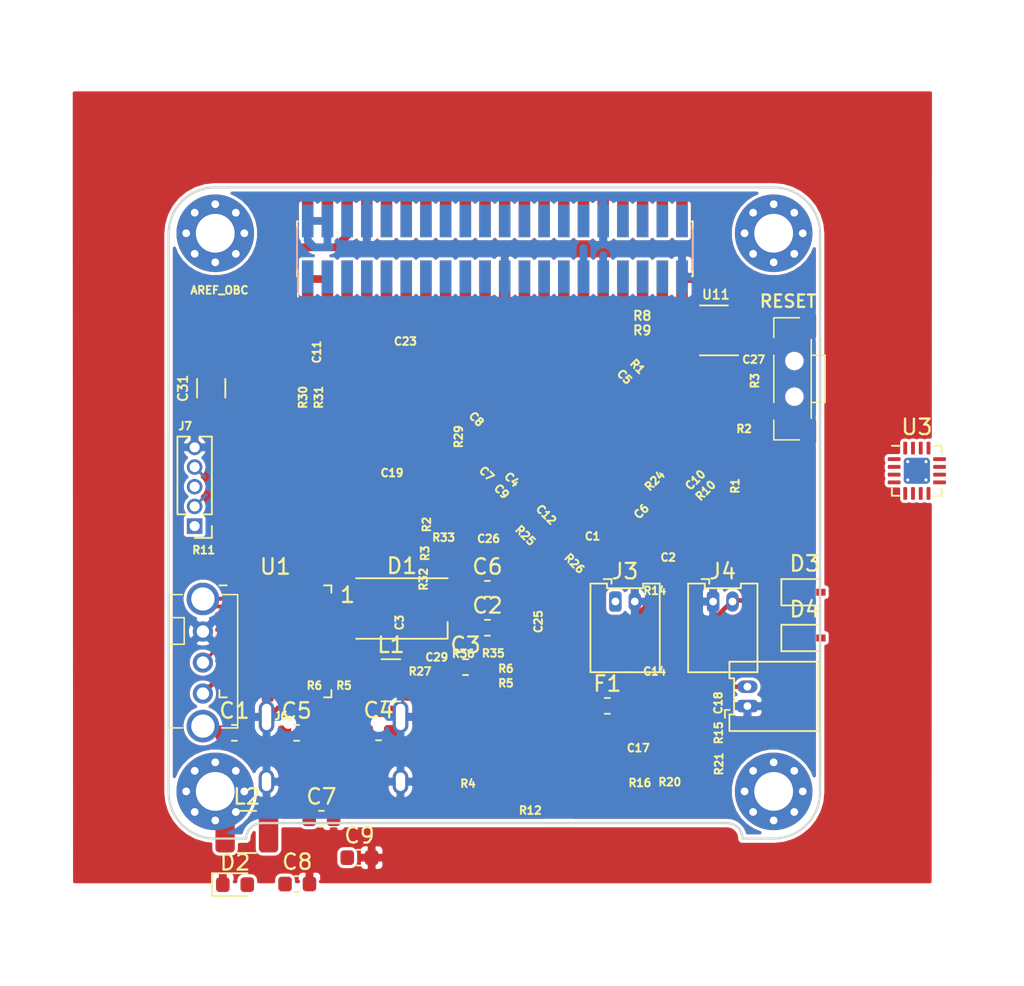
<source format=kicad_pcb>
(kicad_pcb (version 20171130) (host pcbnew "(5.1.5)-3")
  (layers (0 F.Cu power) (1 In1.Cu signal) (2 In2.Cu signal) (31 B.Cu power) (34 B.Paste user hide) (35 F.Paste user hide) (36 B.SilkS user hide) (37 F.SilkS user hide) (38 B.Mask user hide) (39 F.Mask user hide) (44 Edge.Cuts user))
  (net 0 "")
  (net 1 "Net-(C1-Pad1)")
  (net 2 GND)
  (net 3 "Net-(C2-Pad1)")
  (net 4 "Net-(C4-Pad1)")
  (net 5 +BATT)
  (net 6 "Net-(C14-Pad1)")
  (net 7 "Net-(D2-Pad2)")
  (net 8 SAT_PWR_EN)
  (net 9 PWRMON_SCL)
  (net 10 PWRMON_SDA)
  (net 11 VBUS)
  (net 12 PWRMON_ALERT)
  (net 13 "Net-(L1-Pad2)")
  (net 14 "Net-(C17-Pad1)")
  (net 15 "Net-(L2-Pad1)")
  (net 16 +3V3_EPS)
  (net 17 +5V_SAT)
  (net 18 +5V_EPS)
  (net 19 EPS_PWR_EN)
  (net 20 /CS_FLASH)
  (net 21 /SCK_FLASH)
  (net 22 /Power/VSYS)
  (net 23 "Net-(C18-Pad2)")
  (net 24 "Net-(C18-Pad1)")
  (net 25 "Net-(C21-Pad1)")
  (net 26 "Net-(D1-Pad4)")
  (net 27 "Net-(D3-Pad2)")
  (net 28 EPS_SWDIO)
  (net 29 EPS_nRST)
  (net 30 PV)
  (net 31 /Connectors/D0_OBC)
  (net 32 /Connectors/A0_OBC)
  (net 33 /Connectors/D1_OBC)
  (net 34 /Connectors/A1_OBC)
  (net 35 /Connectors/D2_OBC)
  (net 36 /Connectors/A2_OBC)
  (net 37 /Connectors/D3_OBC)
  (net 38 /Connectors/A3_OBC)
  (net 39 /Connectors/D4_OBC)
  (net 40 /Connectors/A4_OBC)
  (net 41 /Connectors/D5_OBC)
  (net 42 /Connectors/A5_OBC)
  (net 43 /Connectors/D7_OBC)
  (net 44 /Connectors/D8_OBC)
  (net 45 /Connectors/D9_OBC)
  (net 46 /Connectors/OBC_SWDCLK)
  (net 47 /Connectors/OBC_SWDIO)
  (net 48 SAT_nRST)
  (net 49 /RGB)
  (net 50 "Net-(R18-Pad1)")
  (net 51 OBC_OVTEMP)
  (net 52 INT_IMU_OBC)
  (net 53 EPS_SWCLK)
  (net 54 /Connectors/D6_OBC)
  (net 55 /3V3_MEAS)
  (net 56 /5V_MEAS)
  (net 57 /Power/5V_BATT)
  (net 58 /Power/VCHARGE)
  (net 59 "Net-(C26-Pad1)")
  (net 60 VBUS_JMP)
  (net 61 "Net-(F1-Pad1)")
  (net 62 /Power/VOUT_PV)
  (net 63 "Net-(R29-Pad2)")
  (net 64 "Net-(R30-Pad1)")
  (net 65 /Power/TH)
  (net 66 /Power/VREF)
  (net 67 "Net-(R35-Pad1)")
  (net 68 "Net-(R36-Pad1)")
  (net 69 USB_D+)
  (net 70 USB_D-)
  (net 71 +BATT_MON)
  (net 72 +3V3_SAT)
  (net 73 AREF_SAT)
  (net 74 "Net-(D1-Pad2)")
  (net 75 "Net-(U1-Pad3)")
  (net 76 "Net-(U1-Pad4)")
  (net 77 "Net-(U1-Pad7)")
  (net 78 "Net-(U1-Pad22)")
  (net 79 "Net-(U1-Pad23)")
  (net 80 "Net-(U1-Pad24)")
  (net 81 "Net-(U1-Pad27)")
  (net 82 "Net-(U1-Pad37)")
  (net 83 "Net-(U1-Pad38)")
  (net 84 "Net-(U1-Pad39)")
  (net 85 OBC_TX)
  (net 86 OBC_RX)
  (net 87 "Net-(U10-Pad6)")
  (net 88 "Net-(U11-Pad6)")
  (net 89 "Net-(U11-Pad4)")
  (net 90 "Net-(U11-Pad5)")
  (net 91 SPI_BUS_SDO)
  (net 92 SPI_BUS_SDI)
  (net 93 I2C_BUS_SDA)
  (net 94 I2C_BUS_SCL)
  (net 95 SPI_BUS_SCK)
  (net 96 /SDI_FLASH)
  (net 97 /SDO_FLASH)
  (net 98 "Net-(C2-Pad2)")
  (net 99 VDDSMPS-VDDRF)
  (net 100 VDDRFF1-45)
  (net 101 "Net-(C5-Pad1)")
  (net 102 "Net-(D4-Pad2)")
  (net 103 "Net-(J6-PadB5)")
  (net 104 "Net-(J6-PadA8)")
  (net 105 "Net-(J6-PadA5)")
  (net 106 "Net-(J6-PadB8)")
  (net 107 "Net-(L1-Pad1)")
  (net 108 "Net-(R2-Pad1)")
  (net 109 "Net-(R3-Pad1)")
  (net 110 "Net-(R3-Pad2)")
  (net 111 "Net-(U1-Pad43)")
  (net 112 "Net-(U1-Pad42)")
  (net 113 "Net-(U1-Pad40)")
  (net 114 "Net-(U1-Pad36)")
  (net 115 "Net-(U1-Pad35)")
  (net 116 "Net-(U1-Pad34)")
  (net 117 "Net-(U1-Pad33)")
  (net 118 "Net-(U1-Pad32)")
  (net 119 "Net-(U1-Pad31)")
  (net 120 "Net-(U1-Pad30)")
  (net 121 "Net-(U1-Pad26)")
  (net 122 "Net-(U1-Pad25)")
  (net 123 "Net-(U1-Pad21)")
  (net 124 "Net-(U1-Pad20)")
  (net 125 "Net-(U1-Pad19)")
  (net 126 "Net-(U1-Pad18)")
  (net 127 "Net-(U1-Pad17)")
  (net 128 "Net-(U1-Pad16)")
  (net 129 "Net-(U1-Pad15)")
  (net 130 "Net-(U1-Pad14)")
  (net 131 "Net-(U1-Pad13)")
  (net 132 "Net-(U1-Pad12)")
  (net 133 "Net-(U1-Pad10)")
  (net 134 "Net-(U1-Pad9)")
  (net 135 "Net-(U1-Pad8)")
  (net 136 "Net-(U1-Pad6)")
  (net 137 "Net-(U1-Pad5)")
  (net 138 "Net-(U1-Pad2)")
  (net 139 "Net-(U1-Pad1)")
  (net 140 "Net-(U3-Pad15)")
  (net 141 "Net-(U3-Pad14)")
  (net 142 "Net-(U3-Pad13)")
  (net 143 "Net-(U3-Pad11)")
  (net 144 "Net-(U3-Pad10)")
  (net 145 "Net-(U3-Pad9)")
  (net 146 "Net-(U3-Pad8)")
  (net 147 "Net-(U3-Pad7)")
  (net 148 "Net-(U3-Pad6)")
  (net 149 "Net-(U3-Pad5)")
  (net 150 "Net-(U3-Pad4)")
  (net 151 "Net-(U3-Pad1)")
  (net 152 "Net-(U3-Pad17)")
  (module Package_DFN_QFN:QFN-48-1EP_7x7mm_P0.5mm_EP5.6x5.6mm (layer F.Cu) (at 194.41 77.92)
    (fp_text reference U1 (at 0 -4.82) (layer F.SilkS))
    (fp_text value STM32WL55CC)
    (pad 48 smd roundrect (at -2.75 -3.4375) (size 0.25 0.875) (layers F.Cu F.Paste F.Mask) (net 98 "Net-(C2-Pad2)"))
    (pad 47 smd roundrect (at -2.25 -3.4375) (size 0.25 0.875) (layers F.Cu F.Paste F.Mask) (net 107 "Net-(L1-Pad1)"))
    (pad 46 smd roundrect (at -1.75 -3.4375) (size 0.25 0.875) (layers F.Cu F.Paste F.Mask) (net 99 VDDSMPS-VDDRF))
    (pad 45 smd roundrect (at -1.25 -3.4375) (size 0.25 0.875) (layers F.Cu F.Paste F.Mask) (net 100 VDDRFF1-45))
    (pad 44 smd roundrect (at -0.75 -3.4375) (size 0.25 0.875) (layers F.Cu F.Paste F.Mask) (net 72 +3V3_SAT))
    (pad 43 smd roundrect (at -0.25 -3.4375) (size 0.25 0.875) (layers F.Cu F.Paste F.Mask) (net 111 "Net-(U1-Pad43)"))
    (pad 42 smd roundrect (at 0.25 -3.4375) (size 0.25 0.875) (layers F.Cu F.Paste F.Mask) (net 112 "Net-(U1-Pad42)"))
    (pad 41 smd roundrect (at 0.75 -3.4375) (size 0.25 0.875) (layers F.Cu F.Paste F.Mask) (net 101 "Net-(C5-Pad1)"))
    (pad 40 smd roundrect (at 1.25 -3.4375) (size 0.25 0.875) (layers F.Cu F.Paste F.Mask) (net 113 "Net-(U1-Pad40)"))
    (pad 39 smd roundrect (at 1.75 -3.4375) (size 0.25 0.875) (layers F.Cu F.Paste F.Mask) (net 84 "Net-(U1-Pad39)"))
    (pad 38 smd roundrect (at 2.25 -3.4375) (size 0.25 0.875) (layers F.Cu F.Paste F.Mask) (net 83 "Net-(U1-Pad38)"))
    (pad 37 smd roundrect (at 2.75 -3.4375) (size 0.25 0.875) (layers F.Cu F.Paste F.Mask) (net 82 "Net-(U1-Pad37)"))
    (pad 36 smd roundrect (at 3.4375 -2.75) (size 0.875 0.25) (layers F.Cu F.Paste F.Mask) (net 114 "Net-(U1-Pad36)"))
    (pad 35 smd roundrect (at 3.4375 -2.25) (size 0.875 0.25) (layers F.Cu F.Paste F.Mask) (net 115 "Net-(U1-Pad35)"))
    (pad 34 smd roundrect (at 3.4375 -1.75) (size 0.875 0.25) (layers F.Cu F.Paste F.Mask) (net 116 "Net-(U1-Pad34)"))
    (pad 33 smd roundrect (at 3.4375 -1.25) (size 0.875 0.25) (layers F.Cu F.Paste F.Mask) (net 117 "Net-(U1-Pad33)"))
    (pad 32 smd roundrect (at 3.4375 -0.75) (size 0.875 0.25) (layers F.Cu F.Paste F.Mask) (net 118 "Net-(U1-Pad32)"))
    (pad 31 smd roundrect (at 3.4375 -0.25) (size 0.875 0.25) (layers F.Cu F.Paste F.Mask) (net 119 "Net-(U1-Pad31)"))
    (pad 30 smd roundrect (at 3.4375 0.25) (size 0.875 0.25) (layers F.Cu F.Paste F.Mask) (net 120 "Net-(U1-Pad30)"))
    (pad 29 smd roundrect (at 3.4375 0.75) (size 0.875 0.25) (layers F.Cu F.Paste F.Mask) (net 100 VDDRFF1-45))
    (pad 28 smd roundrect (at 3.4375 1.25) (size 0.875 0.25) (layers F.Cu F.Paste F.Mask) (net 99 VDDSMPS-VDDRF))
    (pad 27 smd roundrect (at 3.4375 1.75) (size 0.875 0.25) (layers F.Cu F.Paste F.Mask) (net 81 "Net-(U1-Pad27)"))
    (pad 26 smd roundrect (at 3.4375 2.25) (size 0.875 0.25) (layers F.Cu F.Paste F.Mask) (net 121 "Net-(U1-Pad26)"))
    (pad 25 smd roundrect (at 3.4375 2.75) (size 0.875 0.25) (layers F.Cu F.Paste F.Mask) (net 122 "Net-(U1-Pad25)"))
    (pad 24 smd roundrect (at 2.75 3.4375) (size 0.25 0.875) (layers F.Cu F.Paste F.Mask) (net 80 "Net-(U1-Pad24)"))
    (pad 23 smd roundrect (at 2.25 3.4375) (size 0.25 0.875) (layers F.Cu F.Paste F.Mask) (net 79 "Net-(U1-Pad23)"))
    (pad 22 smd roundrect (at 1.75 3.4375) (size 0.25 0.875) (layers F.Cu F.Paste F.Mask) (net 78 "Net-(U1-Pad22)"))
    (pad 21 smd roundrect (at 1.25 3.4375) (size 0.25 0.875) (layers F.Cu F.Paste F.Mask) (net 123 "Net-(U1-Pad21)"))
    (pad 20 smd roundrect (at 0.75 3.4375) (size 0.25 0.875) (layers F.Cu F.Paste F.Mask) (net 124 "Net-(U1-Pad20)"))
    (pad 19 smd roundrect (at 0.25 3.4375) (size 0.25 0.875) (layers F.Cu F.Paste F.Mask) (net 125 "Net-(U1-Pad19)"))
    (pad 18 smd roundrect (at -0.25 3.4375) (size 0.25 0.875) (layers F.Cu F.Paste F.Mask) (net 126 "Net-(U1-Pad18)"))
    (pad 17 smd roundrect (at -0.75 3.4375) (size 0.25 0.875) (layers F.Cu F.Paste F.Mask) (net 127 "Net-(U1-Pad17)"))
    (pad 16 smd roundrect (at -1.25 3.4375) (size 0.25 0.875) (layers F.Cu F.Paste F.Mask) (net 128 "Net-(U1-Pad16)"))
    (pad 15 smd roundrect (at -1.75 3.4375) (size 0.25 0.875) (layers F.Cu F.Paste F.Mask) (net 129 "Net-(U1-Pad15)"))
    (pad 14 smd roundrect (at -2.25 3.4375) (size 0.25 0.875) (layers F.Cu F.Paste F.Mask) (net 130 "Net-(U1-Pad14)"))
    (pad 13 smd roundrect (at -2.75 3.4375) (size 0.25 0.875) (layers F.Cu F.Paste F.Mask) (net 131 "Net-(U1-Pad13)"))
    (pad 12 smd roundrect (at -3.4375 2.75) (size 0.875 0.25) (layers F.Cu F.Paste F.Mask) (net 132 "Net-(U1-Pad12)"))
    (pad 11 smd roundrect (at -3.4375 2.25) (size 0.875 0.25) (layers F.Cu F.Paste F.Mask) (net 72 +3V3_SAT))
    (pad 10 smd roundrect (at -3.4375 1.75) (size 0.875 0.25) (layers F.Cu F.Paste F.Mask) (net 133 "Net-(U1-Pad10)"))
    (pad 9 smd roundrect (at -3.4375 1.25) (size 0.875 0.25) (layers F.Cu F.Paste F.Mask) (net 134 "Net-(U1-Pad9)"))
    (pad 8 smd roundrect (at -3.4375 0.75) (size 0.875 0.25) (layers F.Cu F.Paste F.Mask) (net 135 "Net-(U1-Pad8)"))
    (pad 7 smd roundrect (at -3.4375 0.25) (size 0.875 0.25) (layers F.Cu F.Paste F.Mask) (net 77 "Net-(U1-Pad7)"))
    (pad 6 smd roundrect (at -3.4375 -0.25) (size 0.875 0.25) (layers F.Cu F.Paste F.Mask) (net 136 "Net-(U1-Pad6)"))
    (pad 5 smd roundrect (at -3.4375 -0.75) (size 0.875 0.25) (layers F.Cu F.Paste F.Mask) (net 137 "Net-(U1-Pad5)"))
    (pad 4 smd roundrect (at -3.4375 -1.25) (size 0.875 0.25) (layers F.Cu F.Paste F.Mask) (net 76 "Net-(U1-Pad4)"))
    (pad 3 smd roundrect (at -3.4375 -1.75) (size 0.875 0.25) (layers F.Cu F.Paste F.Mask) (net 75 "Net-(U1-Pad3)"))
    (pad 2 smd roundrect (at -3.4375 -2.25) (size 0.875 0.25) (layers F.Cu F.Paste F.Mask) (net 138 "Net-(U1-Pad2)"))
    (pad 1 smd roundrect (at -3.4375 -2.75) (size 0.875 0.25) (layers F.Cu F.Paste F.Mask) (net 139 "Net-(U1-Pad1)"))
    (pad 49 smd roundrect (at 0 0) (size 5.6 5.6) (layers F.Cu F.Mask) (roundrect_rratio 0.044643) (net 2 GND))
  )
  (module Inductor_SMD:L_1210_3225Metric (layer F.Cu) (at 192.57 90.21)
    (fp_text reference L2 (at 0 -2.28) (layer F.SilkS))
    (fp_text value 2.2uH)
    (pad 2 smd roundrect (at 1.4 0) (size 1.25 2.65) (layers F.Cu F.Paste F.Mask) (roundrect_rratio 0.2) (net 16 +3V3_EPS))
    (pad 1 smd roundrect (at -1.4 0) (size 1.25 2.65) (layers F.Cu F.Paste F.Mask) (roundrect_rratio 0.2) (net 15 "Net-(L2-Pad1)"))
  )
  (module Inductor_SMD:L_1210_3225Metric (layer F.Cu) (at 201.86 80.43)
    (fp_text reference L1 (at 0 -2.28) (layer F.SilkS))
    (fp_text value 15uH)
    (pad 2 smd roundrect (at 1.4 0) (size 1.25 2.65) (layers F.Cu F.Paste F.Mask) (roundrect_rratio 0.2) (net 100 VDDRFF1-45))
    (pad 1 smd roundrect (at -1.4 0) (size 1.25 2.65) (layers F.Cu F.Paste F.Mask) (roundrect_rratio 0.2) (net 107 "Net-(L1-Pad1)"))
  )
  (module DynOSSAT:Molex_PicoBlade_53048-0210_1x02_P1.25mm_Horizontal (layer F.Cu) (at 222.63 75.35)
    (fp_text reference J4 (at 0.62 -1.95) (layer F.SilkS))
    (fp_text value "PV Panel 2")
    (pad 2 thru_hole oval (at 1.25 0) (size 0.8 1.3) (drill 0.5) (layers *.Cu *.Mask) (net 27 "Net-(D3-Pad2)"))
    (pad 1 thru_hole roundrect (at 0 0) (size 0.8 1.3) (drill 0.5) (layers *.Cu *.Mask) (net 2 GND))
  )
  (module DynOSSAT:Molex_PicoBlade_53048-0210_1x02_P1.25mm_Horizontal (layer F.Cu) (at 216.33 75.35)
    (fp_text reference J3 (at 0.62 -1.95) (layer F.SilkS))
    (fp_text value Battery)
    (pad 2 thru_hole oval (at 1.25 0) (size 0.8 1.3) (drill 0.5) (layers *.Cu *.Mask) (net 2 GND))
    (pad 1 thru_hole roundrect (at 0 0) (size 0.8 1.3) (drill 0.5) (layers *.Cu *.Mask) (net 61 "Net-(F1-Pad1)"))
  )
  (module Fuse:Fuse_0603_1608Metric (layer F.Cu) (at 215.81 82.08)
    (fp_text reference F1 (at 0 -1.43) (layer F.SilkS))
    (fp_text value Fuse_3A)
    (pad 2 smd roundrect (at 0.7875 0) (size 0.875 0.95) (layers F.Cu F.Paste F.Mask) (net 5 +BATT))
    (pad 1 smd roundrect (at -0.7875 0) (size 0.875 0.95) (layers F.Cu F.Paste F.Mask) (net 61 "Net-(F1-Pad1)"))
  )
  (module Diode_SMD:D_SOD-323 (layer F.Cu) (at 228.53 77.7)
    (fp_text reference D4 (at 0 -1.85) (layer F.SilkS))
    (fp_text value D_Schottky_Small)
    (pad 2 smd rect (at 1.05 0) (size 0.6 0.45) (layers F.Cu F.Paste F.Mask) (net 102 "Net-(D4-Pad2)"))
    (pad 1 smd rect (at -1.05 0) (size 0.6 0.45) (layers F.Cu F.Paste F.Mask) (net 30 PV))
  )
  (module Diode_SMD:D_SOD-323 (layer F.Cu) (at 228.53 74.75)
    (fp_text reference D3 (at 0 -1.85) (layer F.SilkS))
    (fp_text value D_Schottky_Small)
    (pad 2 smd rect (at 1.05 0) (size 0.6 0.45) (layers F.Cu F.Paste F.Mask) (net 27 "Net-(D3-Pad2)"))
    (pad 1 smd rect (at -1.05 0) (size 0.6 0.45) (layers F.Cu F.Paste F.Mask) (net 30 PV))
  )
  (module LED_SMD:LED_0603_1608Metric (layer F.Cu) (at 191.81 93.61)
    (fp_text reference D2 (at 0 -1.43) (layer F.SilkS))
    (fp_text value LED_Small)
    (pad 2 smd roundrect (at 0.7875 0) (size 0.875 0.95) (layers F.Cu F.Paste F.Mask) (net 7 "Net-(D2-Pad2)"))
    (pad 1 smd roundrect (at -0.7875 0) (size 0.875 0.95) (layers F.Cu F.Paste F.Mask) (net 2 GND))
  )
  (module DynOSSAT:LED_SK6812MINI_PLCC4_3.5x3.5mm_P1.75mm (layer F.Cu) (at 202.565 75.8)
    (fp_text reference D1 (at 0 -2.75) (layer F.SilkS))
    (fp_text value WS2812B)
    (fp_text user 1 (at -3.5 -0.875) (layer F.SilkS))
    (pad 3 smd rect (at 1.75 0.875) (size 1.6 0.85) (layers F.Cu F.Paste F.Mask) (net 2 GND))
    (pad 4 smd rect (at 1.75 -0.875) (size 1.6 0.85) (layers F.Cu F.Paste F.Mask) (net 26 "Net-(D1-Pad4)"))
    (pad 2 smd rect (at -1.75 0.875) (size 1.6 0.85) (layers F.Cu F.Paste F.Mask) (net 74 "Net-(D1-Pad2)"))
    (pad 1 smd rect (at -1.75 -0.875) (size 1.6 0.85) (layers F.Cu F.Paste F.Mask) (net 16 +3V3_EPS))
  )
  (module Capacitor_SMD:C_0603_1608Metric (layer F.Cu) (at 199.83 91.87)
    (fp_text reference C9 (at 0 -1.43) (layer F.SilkS))
    (fp_text value 22uF)
    (pad 2 smd roundrect (at 0.7875 0) (size 0.875 0.95) (layers F.Cu F.Paste F.Mask) (net 2 GND))
    (pad 1 smd roundrect (at -0.7875 0) (size 0.875 0.95) (layers F.Cu F.Paste F.Mask) (net 16 +3V3_EPS))
  )
  (module Capacitor_SMD:C_0603_1608Metric (layer F.Cu) (at 195.82 93.57)
    (fp_text reference C8 (at 0 -1.43) (layer F.SilkS))
    (fp_text value 22uF)
    (pad 2 smd roundrect (at 0.7875 0) (size 0.875 0.95) (layers F.Cu F.Paste F.Mask) (net 2 GND))
    (pad 1 smd roundrect (at -0.7875 0) (size 0.875 0.95) (layers F.Cu F.Paste F.Mask) (net 16 +3V3_EPS))
  )
  (module Capacitor_SMD:C_0603_1608Metric (layer F.Cu) (at 197.38 89.36)
    (fp_text reference C7 (at 0 -1.43) (layer F.SilkS))
    (fp_text value 22uF)
    (pad 2 smd roundrect (at 0.7875 0) (size 0.875 0.95) (layers F.Cu F.Paste F.Mask) (net 2 GND))
    (pad 1 smd roundrect (at -0.7875 0) (size 0.875 0.95) (layers F.Cu F.Paste F.Mask) (net 22 /Power/VSYS))
  )
  (module Capacitor_SMD:C_0603_1608Metric (layer F.Cu) (at 208.08 74.53)
    (fp_text reference C6 (at 0 -1.43) (layer F.SilkS))
    (fp_text value 4.7uF)
    (pad 2 smd roundrect (at 0.7875 0) (size 0.875 0.95) (layers F.Cu F.Paste F.Mask) (net 2 GND))
    (pad 1 smd roundrect (at -0.7875 0) (size 0.875 0.95) (layers F.Cu F.Paste F.Mask) (net 99 VDDSMPS-VDDRF))
  )
  (module Capacitor_SMD:C_0603_1608Metric (layer F.Cu) (at 195.78 83.82)
    (fp_text reference C5 (at 0 -1.43) (layer F.SilkS))
    (fp_text value 1.01uF)
    (pad 2 smd roundrect (at 0.7875 0) (size 0.875 0.95) (layers F.Cu F.Paste F.Mask) (net 2 GND))
    (pad 1 smd roundrect (at -0.7875 0) (size 0.875 0.95) (layers F.Cu F.Paste F.Mask) (net 101 "Net-(C5-Pad1)"))
  )
  (module Capacitor_SMD:C_0603_1608Metric (layer F.Cu) (at 201.06 83.79)
    (fp_text reference C4 (at 0 -1.43) (layer F.SilkS))
    (fp_text value 4.9uF)
    (pad 2 smd roundrect (at 0.7875 0) (size 0.875 0.95) (layers F.Cu F.Paste F.Mask) (net 2 GND))
    (pad 1 smd roundrect (at -0.7875 0) (size 0.875 0.95) (layers F.Cu F.Paste F.Mask) (net 72 +3V3_SAT))
  )
  (module Capacitor_SMD:C_0603_1608Metric (layer F.Cu) (at 206.67 79.58)
    (fp_text reference C3 (at 0 -1.43) (layer F.SilkS))
    (fp_text value 470nF)
    (pad 2 smd roundrect (at 0.7875 0) (size 0.875 0.95) (layers F.Cu F.Paste F.Mask) (net 100 VDDRFF1-45))
    (pad 1 smd roundrect (at -0.7875 0) (size 0.875 0.95) (layers F.Cu F.Paste F.Mask) (net 98 "Net-(C2-Pad2)"))
  )
  (module Capacitor_SMD:C_0603_1608Metric (layer F.Cu) (at 208.08 77.04)
    (fp_text reference C2 (at 0 -1.43) (layer F.SilkS))
    (fp_text value 4.7uF)
    (pad 2 smd roundrect (at 0.7875 0) (size 0.875 0.95) (layers F.Cu F.Paste F.Mask) (net 98 "Net-(C2-Pad2)"))
    (pad 1 smd roundrect (at -0.7875 0) (size 0.875 0.95) (layers F.Cu F.Paste F.Mask) (net 99 VDDSMPS-VDDRF))
  )
  (module Capacitor_SMD:C_0603_1608Metric (layer F.Cu) (at 191.77 83.82)
    (fp_text reference C1 (at 0 -1.43) (layer F.SilkS))
    (fp_text value 4.9uF)
    (pad 2 smd roundrect (at 0.7875 0) (size 0.875 0.95) (layers F.Cu F.Paste F.Mask) (net 2 GND))
    (pad 1 smd roundrect (at -0.7875 0) (size 0.875 0.95) (layers F.Cu F.Paste F.Mask) (net 72 +3V3_SAT))
  )
  (module Connector_PinHeader_1.27mm:PinHeader_1x05_P1.27mm_Vertical (layer F.Cu) (at 189.2046 70.485 180)
    (fp_text reference J7 (at 0.6096 6.4516) (layer F.SilkS) (effects (font (size 0.5 0.5) (thickness 0.125))))
    (fp_text value Conn_01x05_Female hide)
    (pad 1 thru_hole rect (at 0 0 180) (size 1 1) (drill 0.65) (layers *.Cu *.Mask) (net 16 +3V3_EPS))
    (pad 2 thru_hole oval (at 0 1.27 180) (size 1 1) (drill 0.65) (layers *.Cu *.Mask) (net 53 EPS_SWCLK))
    (pad 3 thru_hole oval (at 0 2.54 180) (size 1 1) (drill 0.65) (layers *.Cu *.Mask) (net 28 EPS_SWDIO))
    (pad 4 thru_hole oval (at 0 3.81 180) (size 1 1) (drill 0.65) (layers *.Cu *.Mask) (net 29 EPS_nRST))
    (pad 5 thru_hole oval (at 0 5.08 180) (size 1 1) (drill 0.65) (layers *.Cu *.Mask) (net 2 GND))
  )
  (module DynOSSAT:U262-161N-4BVC11 (layer F.Cu) (at 194.7926 82.2198)
    (fp_text reference J6 (at 0 0.5 180) (layer F.SilkS) (effects (font (size 0.5 0.5) (thickness 0.125))))
    (fp_text value USB_C_Receptacle_USB2.0 hide)
    (pad S1 thru_hole oval (at -0.9565 4.7515) (size 1 1.6) (drill oval 0.6 1.2) (layers *.Cu *.Mask) (net 2 GND))
    (pad S1 thru_hole oval (at 7.6875 0.5715) (size 1 2.1) (drill oval 0.6 1.7) (layers *.Cu *.Mask) (net 2 GND))
    (pad "" np_thru_hole circle (at 6.2865 1.016) (size 0.65 0.65) (drill 0.65) (layers *.Cu *.Mask))
    (pad "" np_thru_hole circle (at 0.4445 1.016) (size 0.65 0.65) (drill 0.65) (layers *.Cu *.Mask))
    (pad S1 thru_hole oval (at 7.6835 4.7515) (size 1 1.6) (drill oval 0.6 1.2) (layers *.Cu *.Mask) (net 2 GND))
    (pad S1 thru_hole oval (at -0.9525 0.5715) (size 1 2.1) (drill oval 0.6 1.7) (layers *.Cu *.Mask) (net 2 GND))
    (pad B1 smd rect (at 6.3985 0) (size 0.3 1.15) (layers F.Cu F.Paste F.Mask) (net 2 GND))
    (pad A12 smd rect (at 6.6985 0) (size 0.3 1.15) (layers F.Cu F.Paste F.Mask) (net 2 GND))
    (pad B4 smd rect (at 5.6 0) (size 0.3 1.15) (layers F.Cu F.Paste F.Mask) (net 11 VBUS))
    (pad A9 smd rect (at 5.9 0) (size 0.3 1.15) (layers F.Cu F.Paste F.Mask) (net 11 VBUS))
    (pad B5 smd rect (at 5.1 0) (size 0.3 1.15) (layers F.Cu F.Paste F.Mask) (net 103 "Net-(J6-PadB5)"))
    (pad A8 smd rect (at 4.6 0) (size 0.3 1.15) (layers F.Cu F.Paste F.Mask) (net 104 "Net-(J6-PadA8)"))
    (pad B6 smd rect (at 4.1 0) (size 0.3 1.15) (layers F.Cu F.Paste F.Mask) (net 69 USB_D+))
    (pad A7 smd rect (at 3.6 0) (size 0.3 1.15) (layers F.Cu F.Paste F.Mask) (net 70 USB_D-))
    (pad A6 smd rect (at 3.1 0) (size 0.3 1.15) (layers F.Cu F.Paste F.Mask) (net 69 USB_D+))
    (pad B7 smd rect (at 2.6 0) (size 0.3 1.15) (layers F.Cu F.Paste F.Mask) (net 70 USB_D-))
    (pad A5 smd rect (at 2.1 0) (size 0.3 1.15) (layers F.Cu F.Paste F.Mask) (net 105 "Net-(J6-PadA5)"))
    (pad B8 smd rect (at 1.6 0) (size 0.3 1.15) (layers F.Cu F.Paste F.Mask) (net 106 "Net-(J6-PadB8)"))
    (pad A4 smd rect (at 0.8 0) (size 0.3 1.15) (layers F.Cu F.Paste F.Mask) (net 11 VBUS))
    (pad B9 smd rect (at 1.1 0) (size 0.3 1.15) (layers F.Cu F.Paste F.Mask) (net 11 VBUS))
    (pad B12 smd rect (at 0.3 0) (size 0.3 1.15) (layers F.Cu F.Paste F.Mask) (net 2 GND))
    (pad A1 smd rect (at 0 0) (size 0.3 1.15) (layers F.Cu F.Paste F.Mask) (net 2 GND))
  )
  (module DynOSSAT:OS102011MA1QN1 (layer F.Cu) (at 189.738 75.184 270)
    (fp_text reference SW2 hide)
    (fp_text value SW_SPDT hide)
    (pad "" thru_hole circle (at 0 0 270) (size 2.1 2.1) (drill 1.5) (layers *.Cu *.Mask))
    (pad 1 thru_hole circle (at 2.1 0 270) (size 1.3 1.3) (drill 0.8) (layers *.Cu *.Mask) (net 2 GND))
    (pad 2 thru_hole circle (at 4.1 0 270) (size 1.3 1.3) (drill 0.8) (layers *.Cu *.Mask) (net 19 EPS_PWR_EN))
    (pad 3 thru_hole circle (at 6.1 0 270) (size 1.3 1.3) (drill 0.8) (layers *.Cu *.Mask) (net 22 /Power/VSYS))
    (pad "" thru_hole circle (at 8.2 0 270) (size 2.1 2.1) (drill 1.5) (layers *.Cu *.Mask))
  )
  (module DynOSSAT:1TS002G-1800-3500-CT (layer F.Cu) (at 226.6696 60.9854 90)
    (fp_text reference SW1 hide)
    (fp_text value SW_Push hide)
    (pad "" np_thru_hole circle (at 1.15 1.2 90) (size 0.8 0.8) (drill 0.8) (layers *.Cu *.Mask))
    (pad "" np_thru_hole circle (at -1.15 1.2 90) (size 0.8 0.8) (drill 0.8) (layers *.Cu *.Mask))
    (pad 3 smd rect (at -3.4 2.1 90) (size 1.45 1) (layers F.Cu F.Paste F.Mask))
    (pad 4 smd rect (at 3.4 2.1 90) (size 1.45 1) (layers F.Cu F.Paste F.Mask))
    (pad 2 smd rect (at 2.1 0 90) (size 0.9 1) (layers F.Cu F.Paste F.Mask) (net 2 GND))
    (pad 1 smd rect (at -2.1 0 90) (size 0.9 1) (layers F.Cu F.Paste F.Mask) (net 29 EPS_nRST))
  )
  (module Connector_PinHeader_1.27mm:PinHeader_2x20_P1.27mm_Vertical_SMD (layer F.Cu) (at 208.5594 52.5976 90)
    (fp_text reference J1 hide)
    (fp_text value Conn_02x20_Odd_Even hide)
    (pad 1 smd rect (at -1.95 -12.065 90) (size 2.4 0.74) (layers F.Cu F.Paste F.Mask) (net 17 +5V_SAT))
    (pad 2 smd rect (at 1.95 -12.065 90) (size 2.4 0.74) (layers F.Cu F.Paste F.Mask) (net 72 +3V3_SAT))
    (pad 3 smd rect (at -1.95 -10.795 90) (size 2.4 0.74) (layers F.Cu F.Paste F.Mask) (net 17 +5V_SAT))
    (pad 4 smd rect (at 1.95 -10.795 90) (size 2.4 0.74) (layers F.Cu F.Paste F.Mask) (net 72 +3V3_SAT))
    (pad 5 smd rect (at -1.95 -9.525 90) (size 2.4 0.74) (layers F.Cu F.Paste F.Mask) (net 8 SAT_PWR_EN))
    (pad 6 smd rect (at 1.95 -9.525 90) (size 2.4 0.74) (layers F.Cu F.Paste F.Mask) (net 73 AREF_SAT))
    (pad 7 smd rect (at -1.95 -8.255 90) (size 2.4 0.74) (layers F.Cu F.Paste F.Mask) (net 52 INT_IMU_OBC))
    (pad 8 smd rect (at 1.95 -8.255 90) (size 2.4 0.74) (layers F.Cu F.Paste F.Mask) (net 2 GND))
    (pad 9 smd rect (at -1.95 -6.985 90) (size 2.4 0.74) (layers F.Cu F.Paste F.Mask) (net 31 /Connectors/D0_OBC))
    (pad 10 smd rect (at 1.95 -6.985 90) (size 2.4 0.74) (layers F.Cu F.Paste F.Mask) (net 32 /Connectors/A0_OBC))
    (pad 11 smd rect (at -1.95 -5.715 90) (size 2.4 0.74) (layers F.Cu F.Paste F.Mask) (net 33 /Connectors/D1_OBC))
    (pad 12 smd rect (at 1.95 -5.715 90) (size 2.4 0.74) (layers F.Cu F.Paste F.Mask) (net 34 /Connectors/A1_OBC))
    (pad 13 smd rect (at -1.95 -4.445 90) (size 2.4 0.74) (layers F.Cu F.Paste F.Mask) (net 35 /Connectors/D2_OBC))
    (pad 14 smd rect (at 1.95 -4.445 90) (size 2.4 0.74) (layers F.Cu F.Paste F.Mask) (net 36 /Connectors/A2_OBC))
    (pad 15 smd rect (at -1.95 -3.175 90) (size 2.4 0.74) (layers F.Cu F.Paste F.Mask) (net 37 /Connectors/D3_OBC))
    (pad 16 smd rect (at 1.95 -3.175 90) (size 2.4 0.74) (layers F.Cu F.Paste F.Mask) (net 38 /Connectors/A3_OBC))
    (pad 17 smd rect (at -1.95 -1.905 90) (size 2.4 0.74) (layers F.Cu F.Paste F.Mask) (net 39 /Connectors/D4_OBC))
    (pad 18 smd rect (at 1.95 -1.905 90) (size 2.4 0.74) (layers F.Cu F.Paste F.Mask) (net 40 /Connectors/A4_OBC))
    (pad 19 smd rect (at -1.95 -0.635 90) (size 2.4 0.74) (layers F.Cu F.Paste F.Mask) (net 41 /Connectors/D5_OBC))
    (pad 20 smd rect (at 1.95 -0.635 90) (size 2.4 0.74) (layers F.Cu F.Paste F.Mask) (net 42 /Connectors/A5_OBC))
    (pad 21 smd rect (at -1.95 0.635 90) (size 2.4 0.74) (layers F.Cu F.Paste F.Mask) (net 2 GND))
    (pad 22 smd rect (at 1.95 0.635 90) (size 2.4 0.74) (layers F.Cu F.Paste F.Mask) (net 91 SPI_BUS_SDO))
    (pad 23 smd rect (at -1.95 1.905 90) (size 2.4 0.74) (layers F.Cu F.Paste F.Mask) (net 54 /Connectors/D6_OBC))
    (pad 24 smd rect (at 1.95 1.905 90) (size 2.4 0.74) (layers F.Cu F.Paste F.Mask) (net 95 SPI_BUS_SCK))
    (pad 25 smd rect (at -1.95 3.175 90) (size 2.4 0.74) (layers F.Cu F.Paste F.Mask) (net 43 /Connectors/D7_OBC))
    (pad 26 smd rect (at 1.95 3.175 90) (size 2.4 0.74) (layers F.Cu F.Paste F.Mask) (net 92 SPI_BUS_SDI))
    (pad 27 smd rect (at -1.95 4.445 90) (size 2.4 0.74) (layers F.Cu F.Paste F.Mask) (net 44 /Connectors/D8_OBC))
    (pad 28 smd rect (at 1.95 4.445 90) (size 2.4 0.74) (layers F.Cu F.Paste F.Mask) (net 85 OBC_TX))
    (pad 29 smd rect (at -1.95 5.715 90) (size 2.4 0.74) (layers F.Cu F.Paste F.Mask) (net 72 +3V3_SAT))
    (pad 30 smd rect (at 1.95 5.715 90) (size 2.4 0.74) (layers F.Cu F.Paste F.Mask) (net 86 OBC_RX))
    (pad 31 smd rect (at -1.95 6.985 90) (size 2.4 0.74) (layers F.Cu F.Paste F.Mask) (net 72 +3V3_SAT))
    (pad 32 smd rect (at 1.95 6.985 90) (size 2.4 0.74) (layers F.Cu F.Paste F.Mask) (net 2 GND))
    (pad 33 smd rect (at -1.95 8.255 90) (size 2.4 0.74) (layers F.Cu F.Paste F.Mask) (net 93 I2C_BUS_SDA))
    (pad 34 smd rect (at 1.95 8.255 90) (size 2.4 0.74) (layers F.Cu F.Paste F.Mask) (net 51 OBC_OVTEMP))
    (pad 35 smd rect (at -1.95 9.525 90) (size 2.4 0.74) (layers F.Cu F.Paste F.Mask) (net 94 I2C_BUS_SCL))
    (pad 36 smd rect (at 1.95 9.525 90) (size 2.4 0.74) (layers F.Cu F.Paste F.Mask) (net 48 SAT_nRST))
    (pad 37 smd rect (at -1.95 10.795 90) (size 2.4 0.74) (layers F.Cu F.Paste F.Mask) (net 45 /Connectors/D9_OBC))
    (pad 38 smd rect (at 1.95 10.795 90) (size 2.4 0.74) (layers F.Cu F.Paste F.Mask) (net 46 /Connectors/OBC_SWDCLK))
    (pad 39 smd rect (at -1.95 12.065 90) (size 2.4 0.74) (layers F.Cu F.Paste F.Mask) (net 2 GND))
    (pad 40 smd rect (at 1.95 12.065 90) (size 2.4 0.74) (layers F.Cu F.Paste F.Mask) (net 47 /Connectors/OBC_SWDIO))
  )
  (module Package_TO_SOT_SMD:SOT-23-6 (layer F.Cu) (at 222.6818 57.8612 180)
    (fp_text reference U11 (at -0.127 2.3114) (layer F.SilkS) (effects (font (size 0.6 0.6) (thickness 0.125))))
    (fp_text value TPS22918 hide)
    (pad 1 smd rect (at -1.1 -0.95 180) (size 1.06 0.65) (layers F.Cu F.Paste F.Mask) (net 72 +3V3_SAT))
    (pad 2 smd rect (at -1.1 0 180) (size 1.06 0.65) (layers F.Cu F.Paste F.Mask) (net 2 GND))
    (pad 3 smd rect (at -1.1 0.95 180) (size 1.06 0.65) (layers F.Cu F.Paste F.Mask) (net 8 SAT_PWR_EN))
    (pad 4 smd rect (at 1.1 0.95 180) (size 1.06 0.65) (layers F.Cu F.Paste F.Mask) (net 89 "Net-(U11-Pad4)"))
    (pad 6 smd rect (at 1.1 -0.95 180) (size 1.06 0.65) (layers F.Cu F.Paste F.Mask) (net 88 "Net-(U11-Pad6)"))
    (pad 5 smd rect (at 1.1 0 180) (size 1.06 0.65) (layers F.Cu F.Paste F.Mask) (net 90 "Net-(U11-Pad5)"))
  )
  (module Connector_PinSocket_1.27mm:PinSocket_2x20_P1.27mm_Vertical_SMD (layer B.Cu) (at 208.5594 52.6 270)
    (fp_text reference J2 hide)
    (fp_text value Conn_02x20_Odd_Even)
    (pad 1 smd rect (at 1.8 12.065 270) (size 2.1 0.75) (layers B.Cu B.Paste B.Mask) (net 17 +5V_SAT))
    (pad 2 smd rect (at -1.8 12.065 270) (size 2.1 0.75) (layers B.Cu B.Paste B.Mask) (net 72 +3V3_SAT))
    (pad 3 smd rect (at 1.8 10.795 270) (size 2.1 0.75) (layers B.Cu B.Paste B.Mask) (net 17 +5V_SAT))
    (pad 4 smd rect (at -1.8 10.795 270) (size 2.1 0.75) (layers B.Cu B.Paste B.Mask) (net 72 +3V3_SAT))
    (pad 5 smd rect (at 1.8 9.525 270) (size 2.1 0.75) (layers B.Cu B.Paste B.Mask) (net 8 SAT_PWR_EN))
    (pad 6 smd rect (at -1.8 9.525 270) (size 2.1 0.75) (layers B.Cu B.Paste B.Mask) (net 73 AREF_SAT))
    (pad 7 smd rect (at 1.8 8.255 270) (size 2.1 0.75) (layers B.Cu B.Paste B.Mask) (net 52 INT_IMU_OBC))
    (pad 8 smd rect (at -1.8 8.255 270) (size 2.1 0.75) (layers B.Cu B.Paste B.Mask) (net 2 GND))
    (pad 9 smd rect (at 1.8 6.985 270) (size 2.1 0.75) (layers B.Cu B.Paste B.Mask) (net 31 /Connectors/D0_OBC))
    (pad 10 smd rect (at -1.8 6.985 270) (size 2.1 0.75) (layers B.Cu B.Paste B.Mask) (net 32 /Connectors/A0_OBC))
    (pad 11 smd rect (at 1.8 5.715 270) (size 2.1 0.75) (layers B.Cu B.Paste B.Mask) (net 33 /Connectors/D1_OBC))
    (pad 12 smd rect (at -1.8 5.715 270) (size 2.1 0.75) (layers B.Cu B.Paste B.Mask) (net 34 /Connectors/A1_OBC))
    (pad 13 smd rect (at 1.8 4.445 270) (size 2.1 0.75) (layers B.Cu B.Paste B.Mask) (net 35 /Connectors/D2_OBC))
    (pad 14 smd rect (at -1.8 4.445 270) (size 2.1 0.75) (layers B.Cu B.Paste B.Mask) (net 36 /Connectors/A2_OBC))
    (pad 15 smd rect (at 1.8 3.175 270) (size 2.1 0.75) (layers B.Cu B.Paste B.Mask) (net 37 /Connectors/D3_OBC))
    (pad 16 smd rect (at -1.8 3.175 270) (size 2.1 0.75) (layers B.Cu B.Paste B.Mask) (net 38 /Connectors/A3_OBC))
    (pad 17 smd rect (at 1.8 1.905 270) (size 2.1 0.75) (layers B.Cu B.Paste B.Mask) (net 39 /Connectors/D4_OBC))
    (pad 18 smd rect (at -1.8 1.905 270) (size 2.1 0.75) (layers B.Cu B.Paste B.Mask) (net 40 /Connectors/A4_OBC))
    (pad 19 smd rect (at 1.8 0.635 270) (size 2.1 0.75) (layers B.Cu B.Paste B.Mask) (net 41 /Connectors/D5_OBC))
    (pad 20 smd rect (at -1.8 0.635 270) (size 2.1 0.75) (layers B.Cu B.Paste B.Mask) (net 42 /Connectors/A5_OBC))
    (pad 21 smd rect (at 1.8 -0.635 270) (size 2.1 0.75) (layers B.Cu B.Paste B.Mask) (net 2 GND))
    (pad 22 smd rect (at -1.8 -0.635 270) (size 2.1 0.75) (layers B.Cu B.Paste B.Mask) (net 91 SPI_BUS_SDO))
    (pad 23 smd rect (at 1.8 -1.905 270) (size 2.1 0.75) (layers B.Cu B.Paste B.Mask) (net 54 /Connectors/D6_OBC))
    (pad 24 smd rect (at -1.8 -1.905 270) (size 2.1 0.75) (layers B.Cu B.Paste B.Mask) (net 95 SPI_BUS_SCK))
    (pad 25 smd rect (at 1.8 -3.175 270) (size 2.1 0.75) (layers B.Cu B.Paste B.Mask) (net 43 /Connectors/D7_OBC))
    (pad 26 smd rect (at -1.8 -3.175 270) (size 2.1 0.75) (layers B.Cu B.Paste B.Mask) (net 92 SPI_BUS_SDI))
    (pad 27 smd rect (at 1.8 -4.445 270) (size 2.1 0.75) (layers B.Cu B.Paste B.Mask) (net 44 /Connectors/D8_OBC))
    (pad 28 smd rect (at -1.8 -4.445 270) (size 2.1 0.75) (layers B.Cu B.Paste B.Mask) (net 85 OBC_TX))
    (pad 29 smd rect (at 1.8 -5.715 270) (size 2.1 0.75) (layers B.Cu B.Paste B.Mask) (net 72 +3V3_SAT))
    (pad 30 smd rect (at -1.8 -5.715 270) (size 2.1 0.75) (layers B.Cu B.Paste B.Mask) (net 86 OBC_RX))
    (pad 31 smd rect (at 1.8 -6.985 270) (size 2.1 0.75) (layers B.Cu B.Paste B.Mask) (net 72 +3V3_SAT))
    (pad 32 smd rect (at -1.8 -6.985 270) (size 2.1 0.75) (layers B.Cu B.Paste B.Mask) (net 2 GND))
    (pad 33 smd rect (at 1.8 -8.255 270) (size 2.1 0.75) (layers B.Cu B.Paste B.Mask) (net 93 I2C_BUS_SDA))
    (pad 34 smd rect (at -1.8 -8.255 270) (size 2.1 0.75) (layers B.Cu B.Paste B.Mask) (net 51 OBC_OVTEMP))
    (pad 35 smd rect (at 1.8 -9.525 270) (size 2.1 0.75) (layers B.Cu B.Paste B.Mask) (net 94 I2C_BUS_SCL))
    (pad 36 smd rect (at -1.8 -9.525 270) (size 2.1 0.75) (layers B.Cu B.Paste B.Mask) (net 48 SAT_nRST))
    (pad 37 smd rect (at 1.8 -10.795 270) (size 2.1 0.75) (layers B.Cu B.Paste B.Mask) (net 45 /Connectors/D9_OBC))
    (pad 38 smd rect (at -1.8 -10.795 270) (size 2.1 0.75) (layers B.Cu B.Paste B.Mask) (net 46 /Connectors/OBC_SWDCLK))
    (pad 39 smd rect (at 1.8 -12.065 270) (size 2.1 0.75) (layers B.Cu B.Paste B.Mask) (net 2 GND))
    (pad 40 smd rect (at -1.8 -12.065 270) (size 2.1 0.75) (layers B.Cu B.Paste B.Mask) (net 47 /Connectors/OBC_SWDIO))
  )
  (module DynOSSAT:Molex_PicoBlade_53048-0210_1x02_P1.25mm_Horizontal (layer F.Cu) (at 224.8408 82.0928 90)
    (fp_text reference J5 hide)
    (fp_text value "PV Panel 1" hide)
    (pad 1 thru_hole roundrect (at 0 0 90) (size 0.8 1.3) (drill 0.5) (layers *.Cu *.Mask) (net 2 GND))
    (pad 2 thru_hole oval (at 1.25 0 90) (size 0.8 1.3) (drill 0.5) (layers *.Cu *.Mask) (net 102 "Net-(D4-Pad2)"))
  )
  (module Package_DFN_QFN:VQFN-16-1EP_3x3mm_P0.5mm_EP1.68x1.68mm_ThermalVias (layer F.Cu) (at 235.765001 66.915001)
    (fp_text reference U3 (at 0 -2.82) (layer F.SilkS))
    (fp_text value TPS62152)
    (pad 16 smd roundrect (at -0.75 -1.4625) (size 0.25 0.825) (layers F.Cu F.Paste F.Mask) (net 140 "Net-(U3-Pad15)"))
    (pad 15 smd roundrect (at -0.25 -1.4625) (size 0.25 0.825) (layers F.Cu F.Paste F.Mask) (net 140 "Net-(U3-Pad15)"))
    (pad 14 smd roundrect (at 0.25 -1.4625) (size 0.25 0.825) (layers F.Cu F.Paste F.Mask) (net 141 "Net-(U3-Pad14)"))
    (pad 13 smd roundrect (at 0.75 -1.4625) (size 0.25 0.825) (layers F.Cu F.Paste F.Mask) (net 142 "Net-(U3-Pad13)"))
    (pad 12 smd roundrect (at 1.4625 -0.75) (size 0.825 0.25) (layers F.Cu F.Paste F.Mask) (net 143 "Net-(U3-Pad11)"))
    (pad 11 smd roundrect (at 1.4625 -0.25) (size 0.825 0.25) (layers F.Cu F.Paste F.Mask) (net 143 "Net-(U3-Pad11)"))
    (pad 10 smd roundrect (at 1.4625 0.25) (size 0.825 0.25) (layers F.Cu F.Paste F.Mask) (net 144 "Net-(U3-Pad10)"))
    (pad 9 smd roundrect (at 1.4625 0.75) (size 0.825 0.25) (layers F.Cu F.Paste F.Mask) (net 145 "Net-(U3-Pad9)"))
    (pad 8 smd roundrect (at 0.75 1.4625) (size 0.25 0.825) (layers F.Cu F.Paste F.Mask) (net 146 "Net-(U3-Pad8)"))
    (pad 7 smd roundrect (at 0.25 1.4625) (size 0.25 0.825) (layers F.Cu F.Paste F.Mask) (net 147 "Net-(U3-Pad7)"))
    (pad 6 smd roundrect (at -0.25 1.4625) (size 0.25 0.825) (layers F.Cu F.Paste F.Mask) (net 148 "Net-(U3-Pad6)"))
    (pad 5 smd roundrect (at -0.75 1.4625) (size 0.25 0.825) (layers F.Cu F.Paste F.Mask) (net 149 "Net-(U3-Pad5)"))
    (pad 4 smd roundrect (at -1.4625 0.75) (size 0.825 0.25) (layers F.Cu F.Paste F.Mask) (net 150 "Net-(U3-Pad4)"))
    (pad 3 smd roundrect (at -1.4625 0.25) (size 0.825 0.25) (layers F.Cu F.Paste F.Mask) (net 151 "Net-(U3-Pad1)"))
    (pad 2 smd roundrect (at -1.4625 -0.25) (size 0.825 0.25) (layers F.Cu F.Paste F.Mask) (net 151 "Net-(U3-Pad1)"))
    (pad 1 smd roundrect (at -1.4625 -0.75) (size 0.825 0.25) (layers F.Cu F.Paste F.Mask) (net 151 "Net-(U3-Pad1)"))
    (pad 17 smd roundrect (at 0 0) (size 1.68 1.68) (layers B.Cu) (roundrect_rratio 0.14881) (net 152 "Net-(U3-Pad17)"))
    (pad 17 thru_hole circle (at 0.59 0.59) (size 0.5 0.5) (drill 0.2) (layers *.Cu) (net 152 "Net-(U3-Pad17)"))
    (pad 17 thru_hole circle (at -0.59 0.59) (size 0.5 0.5) (drill 0.2) (layers *.Cu) (net 152 "Net-(U3-Pad17)"))
    (pad 17 thru_hole circle (at 0.59 -0.59) (size 0.5 0.5) (drill 0.2) (layers *.Cu) (net 152 "Net-(U3-Pad17)"))
    (pad 17 thru_hole circle (at -0.59 -0.59) (size 0.5 0.5) (drill 0.2) (layers *.Cu) (net 152 "Net-(U3-Pad17)"))
    (pad 17 smd roundrect (at 0 0) (size 1.68 1.68) (layers F.Cu F.Mask) (roundrect_rratio 0.14881) (net 152 "Net-(U3-Pad17)"))
  )
  (module MountingHole:MountingHole_2.5mm_Pad_Via (layer F.Cu) (at 226.534 87.596)
    (fp_text reference REF** hide)
    (fp_text value MountingHole_2.5mm_Pad_Via hide)
    (pad 1 thru_hole circle (at 1.325825 -1.325825) (size 0.8 0.8) (drill 0.5) (layers *.Cu *.Mask))
    (pad 1 thru_hole circle (at 0 -1.875) (size 0.8 0.8) (drill 0.5) (layers *.Cu *.Mask))
    (pad 1 thru_hole circle (at -1.325825 -1.325825) (size 0.8 0.8) (drill 0.5) (layers *.Cu *.Mask))
    (pad 1 thru_hole circle (at -1.875 0) (size 0.8 0.8) (drill 0.5) (layers *.Cu *.Mask))
    (pad 1 thru_hole circle (at -1.325825 1.325825) (size 0.8 0.8) (drill 0.5) (layers *.Cu *.Mask))
    (pad 1 thru_hole circle (at 0 1.875) (size 0.8 0.8) (drill 0.5) (layers *.Cu *.Mask))
    (pad 1 thru_hole circle (at 1.325825 1.325825) (size 0.8 0.8) (drill 0.5) (layers *.Cu *.Mask))
    (pad 1 thru_hole circle (at 1.875 0) (size 0.8 0.8) (drill 0.5) (layers *.Cu *.Mask))
    (pad 1 thru_hole circle (at 0 0) (size 5 5) (drill 2.5) (layers *.Cu *.Mask))
  )
  (module MountingHole:MountingHole_2.5mm_Pad_Via (layer F.Cu) (at 190.534 51.596)
    (fp_text reference REF** hide)
    (fp_text value MountingHole_2.5mm_Pad_Via hide)
    (pad 1 thru_hole circle (at 1.325825 -1.325825) (size 0.8 0.8) (drill 0.5) (layers *.Cu *.Mask))
    (pad 1 thru_hole circle (at 0 -1.875) (size 0.8 0.8) (drill 0.5) (layers *.Cu *.Mask))
    (pad 1 thru_hole circle (at -1.325825 -1.325825) (size 0.8 0.8) (drill 0.5) (layers *.Cu *.Mask))
    (pad 1 thru_hole circle (at -1.875 0) (size 0.8 0.8) (drill 0.5) (layers *.Cu *.Mask))
    (pad 1 thru_hole circle (at -1.325825 1.325825) (size 0.8 0.8) (drill 0.5) (layers *.Cu *.Mask))
    (pad 1 thru_hole circle (at 0 1.875) (size 0.8 0.8) (drill 0.5) (layers *.Cu *.Mask))
    (pad 1 thru_hole circle (at 1.325825 1.325825) (size 0.8 0.8) (drill 0.5) (layers *.Cu *.Mask))
    (pad 1 thru_hole circle (at 1.875 0) (size 0.8 0.8) (drill 0.5) (layers *.Cu *.Mask))
    (pad 1 thru_hole circle (at 0 0) (size 5 5) (drill 2.5) (layers *.Cu *.Mask))
  )
  (module MountingHole:MountingHole_2.5mm_Pad_Via (layer F.Cu) (at 226.534 51.596)
    (fp_text reference REF** hide)
    (fp_text value MountingHole_2.5mm_Pad_Via hide)
    (pad 1 thru_hole circle (at 0 0) (size 5 5) (drill 2.5) (layers *.Cu *.Mask))
    (pad 1 thru_hole circle (at 1.875 0) (size 0.8 0.8) (drill 0.5) (layers *.Cu *.Mask))
    (pad 1 thru_hole circle (at 1.325825 1.325825) (size 0.8 0.8) (drill 0.5) (layers *.Cu *.Mask))
    (pad 1 thru_hole circle (at 0 1.875) (size 0.8 0.8) (drill 0.5) (layers *.Cu *.Mask))
    (pad 1 thru_hole circle (at -1.325825 1.325825) (size 0.8 0.8) (drill 0.5) (layers *.Cu *.Mask))
    (pad 1 thru_hole circle (at -1.875 0) (size 0.8 0.8) (drill 0.5) (layers *.Cu *.Mask))
    (pad 1 thru_hole circle (at -1.325825 -1.325825) (size 0.8 0.8) (drill 0.5) (layers *.Cu *.Mask))
    (pad 1 thru_hole circle (at 0 -1.875) (size 0.8 0.8) (drill 0.5) (layers *.Cu *.Mask))
    (pad 1 thru_hole circle (at 1.325825 -1.325825) (size 0.8 0.8) (drill 0.5) (layers *.Cu *.Mask))
  )
  (module MountingHole:MountingHole_2.5mm_Pad_Via (layer F.Cu) (at 190.534 87.596)
    (fp_text reference REF** hide)
    (fp_text value MountingHole_2.5mm_Pad_Via hide)
    (pad 1 thru_hole circle (at 0 0) (size 5 5) (drill 2.5) (layers *.Cu *.Mask))
    (pad 1 thru_hole circle (at 1.875 0) (size 0.8 0.8) (drill 0.5) (layers *.Cu *.Mask))
    (pad 1 thru_hole circle (at 1.325825 1.325825) (size 0.8 0.8) (drill 0.5) (layers *.Cu *.Mask))
    (pad 1 thru_hole circle (at 0 1.875) (size 0.8 0.8) (drill 0.5) (layers *.Cu *.Mask))
    (pad 1 thru_hole circle (at -1.325825 1.325825) (size 0.8 0.8) (drill 0.5) (layers *.Cu *.Mask))
    (pad 1 thru_hole circle (at -1.875 0) (size 0.8 0.8) (drill 0.5) (layers *.Cu *.Mask))
    (pad 1 thru_hole circle (at -1.325825 -1.325825) (size 0.8 0.8) (drill 0.5) (layers *.Cu *.Mask))
    (pad 1 thru_hole circle (at 0 -1.875) (size 0.8 0.8) (drill 0.5) (layers *.Cu *.Mask))
    (pad 1 thru_hole circle (at 1.325825 -1.325825) (size 0.8 0.8) (drill 0.5) (layers *.Cu *.Mask))
  )
  (module Resistor_SMD:R_0402_1005Metric (layer F.Cu) (at 200.5998 80.7974)
    (fp_text reference R5 (at -1.7686 -0.0254) (layer F.SilkS) (effects (font (size 0.5 0.5) (thickness 0.125))))
    (fp_text value 5.1k hide)
    (pad 2 smd roundrect (at 0.485 0) (size 0.59 0.64) (layers F.Cu F.Paste F.Mask) (net 2 GND))
    (pad 1 smd roundrect (at -0.485 0) (size 0.59 0.64) (layers F.Cu F.Paste F.Mask) (net 103 "Net-(J6-PadB5)"))
  )
  (module Resistor_SMD:R_0402_1005Metric (layer F.Cu) (at 195.1642 80.7974 180)
    (fp_text reference R6 (at -1.762 0.0254) (layer F.SilkS) (effects (font (size 0.5 0.5) (thickness 0.125))))
    (fp_text value 5.1k hide)
    (pad 1 smd roundrect (at -0.485 0 180) (size 0.59 0.64) (layers F.Cu F.Paste F.Mask) (net 105 "Net-(J6-PadA5)"))
    (pad 2 smd roundrect (at 0.485 0 180) (size 0.59 0.64) (layers F.Cu F.Paste F.Mask) (net 2 GND))
  )
  (module Capacitor_SMD:C_0402_1005Metric (layer F.Cu) (at 214.884 72.4916 270)
    (fp_text reference C1 (at -1.3462 0.0254 180) (layer F.SilkS) (effects (font (size 0.5 0.5) (thickness 0.125))))
    (fp_text value 22pF hide)
    (pad 2 smd roundrect (at 0.485 0 270) (size 0.59 0.64) (layers F.Cu F.Paste F.Mask) (net 2 GND))
    (pad 1 smd roundrect (at -0.485 0 270) (size 0.59 0.64) (layers F.Cu F.Paste F.Mask) (net 1 "Net-(C1-Pad1)"))
  )
  (module Capacitor_SMD:C_0402_1005Metric (layer F.Cu) (at 218.694 72.4916 270)
    (fp_text reference C2 (at 0.0127 -1.0414 180) (layer F.SilkS) (effects (font (size 0.5 0.5) (thickness 0.125))))
    (fp_text value 22pF hide)
    (pad 2 smd roundrect (at 0.485 0 270) (size 0.59 0.64) (layers F.Cu F.Paste F.Mask) (net 2 GND))
    (pad 1 smd roundrect (at -0.485 0 270) (size 0.59 0.64) (layers F.Cu F.Paste F.Mask) (net 3 "Net-(C2-Pad1)"))
  )
  (module Capacitor_SMD:C_0402_1005Metric (layer F.Cu) (at 210.6676 68.5292 135)
    (fp_text reference C4 (at 1.454801 0.017961 135) (layer F.SilkS) (effects (font (size 0.5 0.5) (thickness 0.125))))
    (fp_text value 100nF hide)
    (pad 2 smd roundrect (at 0.485 0 135) (size 0.59 0.64) (layers F.Cu F.Paste F.Mask) (net 2 GND))
    (pad 1 smd roundrect (at -0.485 0 135) (size 0.59 0.64) (layers F.Cu F.Paste F.Mask) (net 4 "Net-(C4-Pad1)"))
  )
  (module Capacitor_SMD:C_0402_1005Metric (layer F.Cu) (at 218.0336 61.9506 135)
    (fp_text reference C5 (at 1.562565 -0.017961 135) (layer F.SilkS) (effects (font (size 0.5 0.5) (thickness 0.125))))
    (fp_text value 100nF hide)
    (pad 1 smd roundrect (at -0.485 0 135) (size 0.59 0.64) (layers F.Cu F.Paste F.Mask) (net 16 +3V3_EPS))
    (pad 2 smd roundrect (at 0.485 0 135) (size 0.59 0.64) (layers F.Cu F.Paste F.Mask) (net 2 GND))
  )
  (module Capacitor_SMD:C_0402_1005Metric (layer F.Cu) (at 217.3986 68.8848 225)
    (fp_text reference C6 (at 0.035921 -0.898026 45) (layer F.SilkS) (effects (font (size 0.5 0.5) (thickness 0.125))))
    (fp_text value 100nF hide)
    (pad 2 smd roundrect (at 0.485 0 225) (size 0.59 0.64) (layers F.Cu F.Paste F.Mask) (net 2 GND))
    (pad 1 smd roundrect (at -0.485 0 225) (size 0.59 0.64) (layers F.Cu F.Paste F.Mask) (net 16 +3V3_EPS))
  )
  (module Capacitor_SMD:C_0402_1005Metric (layer F.Cu) (at 208.6356 66.4972 315)
    (fp_text reference C7 (at 0 0.862105 135) (layer F.SilkS) (effects (font (size 0.5 0.5) (thickness 0.125))))
    (fp_text value 100nF hide)
    (pad 1 smd roundrect (at -0.485 0 315) (size 0.59 0.64) (layers F.Cu F.Paste F.Mask) (net 16 +3V3_EPS))
    (pad 2 smd roundrect (at 0.485 0 315) (size 0.59 0.64) (layers F.Cu F.Paste F.Mask) (net 2 GND))
  )
  (module Capacitor_SMD:C_0402_1005Metric (layer F.Cu) (at 207.9625 62.9412 135)
    (fp_text reference C8 (at -0.035921 -0.880065 135) (layer F.SilkS) (effects (font (size 0.5 0.5) (thickness 0.125))))
    (fp_text value 100nF hide)
    (pad 1 smd roundrect (at -0.485 0 135) (size 0.59 0.64) (layers F.Cu F.Paste F.Mask) (net 16 +3V3_EPS))
    (pad 2 smd roundrect (at 0.485 0 135) (size 0.59 0.64) (layers F.Cu F.Paste F.Mask) (net 2 GND))
  )
  (module Capacitor_SMD:C_0402_1005Metric (layer F.Cu) (at 220.1418 68.834 45)
    (fp_text reference C10 (at 1.885854 0.017961 45) (layer F.SilkS) (effects (font (size 0.5 0.5) (thickness 0.125))))
    (fp_text value 10nF hide)
    (pad 2 smd roundrect (at 0.485 0 45) (size 0.59 0.64) (layers F.Cu F.Paste F.Mask) (net 2 GND))
    (pad 1 smd roundrect (at -0.485 0 45) (size 0.59 0.64) (layers F.Cu F.Paste F.Mask) (net 55 /3V3_MEAS))
  )
  (module Capacitor_SMD:C_0402_1005Metric (layer F.Cu) (at 196.0372 59.3598 90)
    (fp_text reference C11 (at 0.1016 1.0414 90) (layer F.SilkS) (effects (font (size 0.5 0.5) (thickness 0.125))))
    (fp_text value 1uF hide)
    (pad 1 smd roundrect (at -0.485 0 90) (size 0.59 0.64) (layers F.Cu F.Paste F.Mask) (net 17 +5V_SAT))
    (pad 2 smd roundrect (at 0.485 0 90) (size 0.59 0.64) (layers F.Cu F.Paste F.Mask) (net 2 GND))
  )
  (module Capacitor_SMD:C_0402_1005Metric (layer F.Cu) (at 213.0806 70.9422 315)
    (fp_text reference C12 (at -1.706249 0.017961 135) (layer F.SilkS) (effects (font (size 0.5 0.5) (thickness 0.125))))
    (fp_text value 10nF hide)
    (pad 1 smd roundrect (at -0.485 0 315) (size 0.59 0.64) (layers F.Cu F.Paste F.Mask) (net 56 /5V_MEAS))
    (pad 2 smd roundrect (at 0.485 0 315) (size 0.59 0.64) (layers F.Cu F.Paste F.Mask) (net 2 GND))
  )
  (module Capacitor_SMD:C_0402_1005Metric (layer F.Cu) (at 222.0722 81.8388 270)
    (fp_text reference C18 (at 0.0508 -0.889 90) (layer F.SilkS) (effects (font (size 0.5 0.5) (thickness 0.125))))
    (fp_text value 1uF hide)
    (pad 1 smd roundrect (at -0.485 0 270) (size 0.59 0.64) (layers F.Cu F.Paste F.Mask) (net 24 "Net-(C18-Pad1)"))
    (pad 2 smd roundrect (at 0.485 0 270) (size 0.59 0.64) (layers F.Cu F.Paste F.Mask) (net 23 "Net-(C18-Pad2)"))
  )
  (module Resistor_SMD:R_0402_1005Metric (layer F.Cu) (at 218.7702 61.2394 315)
    (fp_text reference R1 (at -1.454801 -0.017961 135) (layer F.SilkS) (effects (font (size 0.5 0.5) (thickness 0.125))))
    (fp_text value 100k hide)
    (pad 2 smd roundrect (at 0.485 0 315) (size 0.59 0.64) (layers F.Cu F.Paste F.Mask) (net 48 SAT_nRST))
    (pad 1 smd roundrect (at -0.485 0 315) (size 0.59 0.64) (layers F.Cu F.Paste F.Mask) (net 72 +3V3_SAT))
  )
  (module Resistor_SMD:R_0402_1005Metric (layer F.Cu) (at 223.1136 64.1858 180)
    (fp_text reference R2 (at -1.5113 -0.0254) (layer F.SilkS) (effects (font (size 0.5 0.5) (thickness 0.125))))
    (fp_text value 100k hide)
    (pad 1 smd roundrect (at -0.485 0 180) (size 0.59 0.64) (layers F.Cu F.Paste F.Mask) (net 8 SAT_PWR_EN))
    (pad 2 smd roundrect (at 0.485 0 180) (size 0.59 0.64) (layers F.Cu F.Paste F.Mask) (net 2 GND))
  )
  (module Resistor_SMD:R_0402_1005Metric (layer F.Cu) (at 225.3234 62.611 270)
    (fp_text reference R3 (at -1.4986 0 90) (layer F.SilkS) (effects (font (size 0.5 0.5) (thickness 0.125))))
    (fp_text value 100k hide)
    (pad 2 smd roundrect (at 0.485 0 270) (size 0.59 0.64) (layers F.Cu F.Paste F.Mask) (net 29 EPS_nRST))
    (pad 1 smd roundrect (at -0.485 0 270) (size 0.59 0.64) (layers F.Cu F.Paste F.Mask) (net 16 +3V3_EPS))
  )
  (module Resistor_SMD:R_0402_1005Metric (layer F.Cu) (at 224.917 67.9958 270)
    (fp_text reference R1 (at -0.1016 0.8636 90) (layer F.SilkS) (effects (font (size 0.5 0.5) (thickness 0.125))))
    (fp_text value 510R hide)
    (pad 2 smd roundrect (at 0.485 0 270) (size 0.59 0.64) (layers F.Cu F.Paste F.Mask) (net 49 /RGB))
    (pad 1 smd roundrect (at -0.485 0 270) (size 0.59 0.64) (layers F.Cu F.Paste F.Mask) (net 26 "Net-(D1-Pad4)"))
  )
  (module Resistor_SMD:R_0402_1005Metric (layer F.Cu) (at 210.7946 80.6196)
    (fp_text reference R5 (at -1.524 0) (layer F.SilkS) (effects (font (size 0.5 0.5) (thickness 0.125))))
    (fp_text value 10k hide)
    (pad 2 smd roundrect (at 0.485 0) (size 0.59 0.64) (layers F.Cu F.Paste F.Mask) (net 9 PWRMON_SCL))
    (pad 1 smd roundrect (at -0.485 0) (size 0.59 0.64) (layers F.Cu F.Paste F.Mask) (net 16 +3V3_EPS))
  )
  (module Resistor_SMD:R_0402_1005Metric (layer F.Cu) (at 210.7946 79.629)
    (fp_text reference R6 (at -1.524 0.0508) (layer F.SilkS) (effects (font (size 0.5 0.5) (thickness 0.125))))
    (fp_text value 10k hide)
    (pad 1 smd roundrect (at -0.485 0) (size 0.59 0.64) (layers F.Cu F.Paste F.Mask) (net 16 +3V3_EPS))
    (pad 2 smd roundrect (at 0.485 0) (size 0.59 0.64) (layers F.Cu F.Paste F.Mask) (net 10 PWRMON_SDA))
  )
  (module Resistor_SMD:R_0402_1005Metric (layer F.Cu) (at 220.8276 69.5198 225)
    (fp_text reference R10 (at -1.867893 0 45) (layer F.SilkS) (effects (font (size 0.5 0.5) (thickness 0.125))))
    (fp_text value 1M hide)
    (pad 2 smd roundrect (at 0.485 0 225) (size 0.59 0.64) (layers F.Cu F.Paste F.Mask) (net 55 /3V3_MEAS))
    (pad 1 smd roundrect (at -0.485 0 225) (size 0.59 0.64) (layers F.Cu F.Paste F.Mask) (net 72 +3V3_SAT))
  )
  (module Resistor_SMD:R_0402_1005Metric (layer F.Cu) (at 189.7888 72.9488)
    (fp_text reference R11 (at 0 -0.9144) (layer F.SilkS) (effects (font (size 0.5 0.5) (thickness 0.125))))
    (fp_text value 100k hide)
    (pad 1 smd roundrect (at -0.485 0) (size 0.59 0.64) (layers F.Cu F.Paste F.Mask) (net 2 GND))
    (pad 2 smd roundrect (at 0.485 0) (size 0.59 0.64) (layers F.Cu F.Paste F.Mask) (net 19 EPS_PWR_EN))
  )
  (module Resistor_SMD:R_0402_1005Metric (layer F.Cu) (at 212.6488 88.8492 180)
    (fp_text reference R12 (at 1.8034 0.0254) (layer F.SilkS) (effects (font (size 0.5 0.5) (thickness 0.125))))
    (fp_text value 330R hide)
    (pad 2 smd roundrect (at 0.485 0 180) (size 0.59 0.64) (layers F.Cu F.Paste F.Mask) (net 58 /Power/VCHARGE))
    (pad 1 smd roundrect (at -0.485 0 180) (size 0.59 0.64) (layers F.Cu F.Paste F.Mask) (net 7 "Net-(D2-Pad2)"))
  )
  (module Resistor_SMD:R_0402_1005Metric (layer F.Cu) (at 205.1304 87.1728)
    (fp_text reference R4 (at 1.6952 -0.0762) (layer F.SilkS) (effects (font (size 0.5 0.5) (thickness 0.125))))
    (fp_text value 330R hide)
    (pad 1 smd roundrect (at -0.485 0) (size 0.59 0.64) (layers F.Cu F.Paste F.Mask) (net 7 "Net-(D2-Pad2)"))
    (pad 2 smd roundrect (at 0.485 0) (size 0.59 0.64) (layers F.Cu F.Paste F.Mask) (net 16 +3V3_EPS))
  )
  (module Resistor_SMD:R_0402_1005Metric (layer F.Cu) (at 218.8718 76.0222 90)
    (fp_text reference R14 (at 1.3716 0 180) (layer F.SilkS) (effects (font (size 0.5 0.5) (thickness 0.125))))
    (fp_text value 1k hide)
    (pad 1 smd roundrect (at -0.485 0 90) (size 0.59 0.64) (layers F.Cu F.Paste F.Mask) (net 6 "Net-(C14-Pad1)"))
    (pad 2 smd roundrect (at 0.485 0 90) (size 0.59 0.64) (layers F.Cu F.Paste F.Mask) (net 30 PV))
  )
  (module Resistor_SMD:R_0402_1005Metric (layer F.Cu) (at 222.0722 83.82 90)
    (fp_text reference R15 (at 0 0.9144 90) (layer F.SilkS) (effects (font (size 0.5 0.5) (thickness 0.125))))
    (fp_text value 1k hide)
    (pad 1 smd roundrect (at -0.485 0 90) (size 0.59 0.64) (layers F.Cu F.Paste F.Mask) (net 25 "Net-(C21-Pad1)"))
    (pad 2 smd roundrect (at 0.485 0 90) (size 0.59 0.64) (layers F.Cu F.Paste F.Mask) (net 24 "Net-(C18-Pad1)"))
  )
  (module Resistor_SMD:R_0402_1005Metric (layer F.Cu) (at 217.8812 86.106 180)
    (fp_text reference R16 (at -0.0254 -0.9398) (layer F.SilkS) (effects (font (size 0.5 0.5) (thickness 0.125))))
    (fp_text value 1k hide)
    (pad 2 smd roundrect (at 0.485 0 180) (size 0.59 0.64) (layers F.Cu F.Paste F.Mask) (net 23 "Net-(C18-Pad2)"))
    (pad 1 smd roundrect (at -0.485 0 180) (size 0.59 0.64) (layers F.Cu F.Paste F.Mask) (net 62 /Power/VOUT_PV))
  )
  (module Resistor_SMD:R_0402_1005Metric (layer F.Cu) (at 203.2508 70.3834 90)
    (fp_text reference R2 (at 0 0.9144 90) (layer F.SilkS) (effects (font (size 0.5 0.5) (thickness 0.125))))
    (fp_text value 100k hide)
    (pad 2 smd roundrect (at 0.485 0 90) (size 0.59 0.64) (layers F.Cu F.Paste F.Mask) (net 16 +3V3_EPS))
    (pad 1 smd roundrect (at -0.485 0 90) (size 0.59 0.64) (layers F.Cu F.Paste F.Mask) (net 108 "Net-(R2-Pad1)"))
  )
  (module Resistor_SMD:R_0402_1005Metric (layer F.Cu) (at 203.2508 72.263 90)
    (fp_text reference R3 (at 0.0254 0.8128 90) (layer F.SilkS) (effects (font (size 0.5 0.5) (thickness 0.125))))
    (fp_text value 22k2 hide)
    (pad 1 smd roundrect (at -0.485 0 90) (size 0.59 0.64) (layers F.Cu F.Paste F.Mask) (net 109 "Net-(R3-Pad1)"))
    (pad 2 smd roundrect (at 0.485 0 90) (size 0.59 0.64) (layers F.Cu F.Paste F.Mask) (net 110 "Net-(R3-Pad2)"))
  )
  (module Resistor_SMD:R_0402_1005Metric (layer F.Cu) (at 219.8346 86.106 180)
    (fp_text reference R20 (at 0 -0.889) (layer F.SilkS) (effects (font (size 0.5 0.5) (thickness 0.125))))
    (fp_text value 2.2M hide)
    (pad 1 smd roundrect (at -0.485 0 180) (size 0.59 0.64) (layers F.Cu F.Paste F.Mask) (net 14 "Net-(C17-Pad1)"))
    (pad 2 smd roundrect (at 0.485 0 180) (size 0.59 0.64) (layers F.Cu F.Paste F.Mask) (net 62 /Power/VOUT_PV))
  )
  (module Resistor_SMD:R_0402_1005Metric (layer F.Cu) (at 222.0722 85.8012 90)
    (fp_text reference R21 (at -0.0254 0.9398 90) (layer F.SilkS) (effects (font (size 0.5 0.5) (thickness 0.125))))
    (fp_text value 820k hide)
    (pad 2 smd roundrect (at 0.485 0 90) (size 0.59 0.64) (layers F.Cu F.Paste F.Mask) (net 14 "Net-(C17-Pad1)"))
    (pad 1 smd roundrect (at -0.485 0 90) (size 0.59 0.64) (layers F.Cu F.Paste F.Mask) (net 2 GND))
  )
  (module Resistor_SMD:R_0402_1005Metric (layer F.Cu) (at 219.456 68.1482 45)
    (fp_text reference R24 (at 0 -0.826184 45) (layer F.SilkS) (effects (font (size 0.5 0.5) (thickness 0.125))))
    (fp_text value 10M hide)
    (pad 1 smd roundrect (at -0.485 0 45) (size 0.59 0.64) (layers F.Cu F.Paste F.Mask) (net 55 /3V3_MEAS))
    (pad 2 smd roundrect (at 0.485 0 45) (size 0.59 0.64) (layers F.Cu F.Paste F.Mask) (net 2 GND))
  )
  (module Resistor_SMD:R_0402_1005Metric (layer F.Cu) (at 211.709 72.3138 135)
    (fp_text reference R25 (at 1.7018 0.0254 135) (layer F.SilkS) (effects (font (size 0.5 0.5) (thickness 0.125))))
    (fp_text value 1M hide)
    (pad 1 smd roundrect (at -0.485 0 135) (size 0.59 0.64) (layers F.Cu F.Paste F.Mask) (net 17 +5V_SAT))
    (pad 2 smd roundrect (at 0.485 0 135) (size 0.59 0.64) (layers F.Cu F.Paste F.Mask) (net 56 /5V_MEAS))
  )
  (module Resistor_SMD:R_0402_1005Metric (layer F.Cu) (at 212.3948 71.628 315)
    (fp_text reference R26 (at 1.814012 -0.017961 135) (layer F.SilkS) (effects (font (size 0.5 0.5) (thickness 0.125))))
    (fp_text value 1.5M hide)
    (pad 2 smd roundrect (at 0.485 0 315) (size 0.59 0.64) (layers F.Cu F.Paste F.Mask) (net 2 GND))
    (pad 1 smd roundrect (at -0.485 0 315) (size 0.59 0.64) (layers F.Cu F.Paste F.Mask) (net 56 /5V_MEAS))
  )
  (module Resistor_SMD:R_0402_1005Metric (layer F.Cu) (at 203.7334 80.7974)
    (fp_text reference R27 (at 0 -0.9398) (layer F.SilkS) (effects (font (size 0.5 0.5) (thickness 0.125))))
    (fp_text value 100k hide)
    (pad 2 smd roundrect (at 0.485 0) (size 0.59 0.64) (layers F.Cu F.Paste F.Mask) (net 2 GND))
    (pad 1 smd roundrect (at -0.485 0) (size 0.59 0.64) (layers F.Cu F.Paste F.Mask) (net 60 VBUS_JMP))
  )
  (module Resistor_SMD:R_0402_1005Metric (layer F.Cu) (at 205.3082 64.6684 90)
    (fp_text reference R29 (at -0.0508 0.9144 90) (layer F.SilkS) (effects (font (size 0.5 0.5) (thickness 0.125))))
    (fp_text value 47k hide)
    (pad 2 smd roundrect (at 0.485 0 90) (size 0.59 0.64) (layers F.Cu F.Paste F.Mask) (net 63 "Net-(R29-Pad2)"))
    (pad 1 smd roundrect (at -0.485 0 90) (size 0.59 0.64) (layers F.Cu F.Paste F.Mask) (net 2 GND))
  )
  (module Resistor_SMD:R_0402_1005Metric (layer F.Cu) (at 196.1388 63.8556 270)
    (fp_text reference R30 (at -1.6764 -0.0508 90) (layer F.SilkS) (effects (font (size 0.5 0.5) (thickness 0.125))))
    (fp_text value 88k hide)
    (pad 2 smd roundrect (at 0.485 0 270) (size 0.59 0.64) (layers F.Cu F.Paste F.Mask) (net 57 /Power/5V_BATT))
    (pad 1 smd roundrect (at -0.485 0 270) (size 0.59 0.64) (layers F.Cu F.Paste F.Mask) (net 64 "Net-(R30-Pad1)"))
  )
  (module Resistor_SMD:R_0402_1005Metric (layer F.Cu) (at 197.1802 63.8556 90)
    (fp_text reference R31 (at 1.6764 0.0254 90) (layer F.SilkS) (effects (font (size 0.5 0.5) (thickness 0.125))))
    (fp_text value 12k hide)
    (pad 1 smd roundrect (at -0.485 0 90) (size 0.59 0.64) (layers F.Cu F.Paste F.Mask) (net 2 GND))
    (pad 2 smd roundrect (at 0.485 0 90) (size 0.59 0.64) (layers F.Cu F.Paste F.Mask) (net 64 "Net-(R30-Pad1)"))
  )
  (module Resistor_SMD:R_0402_1005Metric (layer F.Cu) (at 204.8002 73.6346 90)
    (fp_text reference R32 (at -0.2794 -0.8382 90) (layer F.SilkS) (effects (font (size 0.5 0.5) (thickness 0.125))))
    (fp_text value 100k hide)
    (pad 2 smd roundrect (at 0.485 0 90) (size 0.59 0.64) (layers F.Cu F.Paste F.Mask) (net 65 /Power/TH))
    (pad 1 smd roundrect (at -0.485 0 90) (size 0.59 0.64) (layers F.Cu F.Paste F.Mask) (net 66 /Power/VREF))
  )
  (module Resistor_SMD:R_0402_1005Metric (layer F.Cu) (at 205.2574 72.1106 180)
    (fp_text reference R33 (at 0 0.889) (layer F.SilkS) (effects (font (size 0.5 0.5) (thickness 0.125))))
    (fp_text value 47k hide)
    (pad 1 smd roundrect (at -0.485 0 180) (size 0.59 0.64) (layers F.Cu F.Paste F.Mask) (net 65 /Power/TH))
    (pad 2 smd roundrect (at 0.485 0 180) (size 0.59 0.64) (layers F.Cu F.Paste F.Mask) (net 2 GND))
  )
  (module Resistor_SMD:R_0402_1005Metric (layer F.Cu) (at 208.4348 77.7494)
    (fp_text reference R35 (at 0.023 0.9398) (layer F.SilkS) (effects (font (size 0.5 0.5) (thickness 0.125))))
    (fp_text value 12k hide)
    (pad 1 smd roundrect (at -0.485 0) (size 0.59 0.64) (layers F.Cu F.Paste F.Mask) (net 67 "Net-(R35-Pad1)"))
    (pad 2 smd roundrect (at 0.485 0) (size 0.59 0.64) (layers F.Cu F.Paste F.Mask) (net 2 GND))
  )
  (module Resistor_SMD:R_0402_1005Metric (layer F.Cu) (at 206.5274 77.7494 180)
    (fp_text reference R36 (at 0 -0.9652) (layer F.SilkS) (effects (font (size 0.5 0.5) (thickness 0.125))))
    (fp_text value 3k3 hide)
    (pad 2 smd roundrect (at 0.485 0 180) (size 0.59 0.64) (layers F.Cu F.Paste F.Mask) (net 2 GND))
    (pad 1 smd roundrect (at -0.485 0 180) (size 0.59 0.64) (layers F.Cu F.Paste F.Mask) (net 68 "Net-(R36-Pad1)"))
  )
  (module Capacitor_SMD:C_0402_1005Metric (layer F.Cu) (at 209.9818 69.215 135)
    (fp_text reference C9 (at 1.382959 -0.017961 135) (layer F.SilkS) (effects (font (size 0.5 0.5) (thickness 0.125))))
    (fp_text value 100nF hide)
    (pad 1 smd roundrect (at -0.485 0 135) (size 0.59 0.64) (layers F.Cu F.Paste F.Mask) (net 16 +3V3_EPS))
    (pad 2 smd roundrect (at 0.485 0 135) (size 0.59 0.64) (layers F.Cu F.Paste F.Mask) (net 2 GND))
  )
  (module Capacitor_SMD:C_0402_1005Metric (layer F.Cu) (at 203.2508 76.6802 270)
    (fp_text reference C3 (at 0.0278 0.8382 90) (layer F.SilkS) (effects (font (size 0.5 0.5) (thickness 0.125))))
    (fp_text value 1nF hide)
    (pad 1 smd roundrect (at -0.485 0 270) (size 0.59 0.64) (layers F.Cu F.Paste F.Mask) (net 66 /Power/VREF))
    (pad 2 smd roundrect (at 0.485 0 270) (size 0.59 0.64) (layers F.Cu F.Paste F.Mask) (net 2 GND))
  )
  (module Capacitor_SMD:C_0402_1005Metric (layer F.Cu) (at 218.8718 78.5622 270)
    (fp_text reference C14 (at 1.2954 0.0127 180) (layer F.SilkS) (effects (font (size 0.5 0.5) (thickness 0.125))))
    (fp_text value 100nF hide)
    (pad 1 smd roundrect (at -0.485 0 270) (size 0.59 0.64) (layers F.Cu F.Paste F.Mask) (net 6 "Net-(C14-Pad1)"))
    (pad 2 smd roundrect (at 0.485 0 270) (size 0.59 0.64) (layers F.Cu F.Paste F.Mask) (net 2 GND))
  )
  (module Capacitor_SMD:C_0402_1005Metric (layer F.Cu) (at 219.5388 84.7344 180)
    (fp_text reference C17 (at 1.7338 -0.0635) (layer F.SilkS) (effects (font (size 0.5 0.5) (thickness 0.125))))
    (fp_text value 1nF hide)
    (pad 2 smd roundrect (at 0.485 0 180) (size 0.59 0.64) (layers F.Cu F.Paste F.Mask) (net 2 GND))
    (pad 1 smd roundrect (at -0.485 0 180) (size 0.59 0.64) (layers F.Cu F.Paste F.Mask) (net 14 "Net-(C17-Pad1)"))
  )
  (module Capacitor_SMD:C_0402_1005Metric (layer F.Cu) (at 200.0504 67.0814 180)
    (fp_text reference C19 (at -1.8796 0.0254) (layer F.SilkS) (effects (font (size 0.5 0.5) (thickness 0.125))))
    (fp_text value 100nF hide)
    (pad 1 smd roundrect (at -0.485 0 180) (size 0.59 0.64) (layers F.Cu F.Paste F.Mask) (net 71 +BATT_MON))
    (pad 2 smd roundrect (at 0.485 0 180) (size 0.59 0.64) (layers F.Cu F.Paste F.Mask) (net 2 GND))
  )
  (module Capacitor_SMD:C_0402_1005Metric (layer F.Cu) (at 201.0918 58.5216)
    (fp_text reference C23 (at 1.7018 0.0508) (layer F.SilkS) (effects (font (size 0.5 0.5) (thickness 0.125))))
    (fp_text value 100nF hide)
    (pad 2 smd roundrect (at 0.485 0) (size 0.59 0.64) (layers F.Cu F.Paste F.Mask) (net 2 GND))
    (pad 1 smd roundrect (at -0.485 0) (size 0.59 0.64) (layers F.Cu F.Paste F.Mask) (net 57 /Power/5V_BATT))
  )
  (module Capacitor_SMD:C_0402_1005Metric (layer F.Cu) (at 210.4136 76.6318 270)
    (fp_text reference C25 (at 0.0127 -0.9525 90) (layer F.SilkS) (effects (font (size 0.5 0.5) (thickness 0.125))))
    (fp_text value 1uF hide)
    (pad 1 smd roundrect (at -0.485 0 270) (size 0.59 0.64) (layers F.Cu F.Paste F.Mask) (net 58 /Power/VCHARGE))
    (pad 2 smd roundrect (at 0.485 0 270) (size 0.59 0.64) (layers F.Cu F.Paste F.Mask) (net 2 GND))
  )
  (module Capacitor_SMD:C_0402_1005Metric (layer F.Cu) (at 208.153 72.1614 180)
    (fp_text reference C26 (at 0 0.8636) (layer F.SilkS) (effects (font (size 0.5 0.5) (thickness 0.125))))
    (fp_text value 10nF hide)
    (pad 2 smd roundrect (at 0.485 0 180) (size 0.59 0.64) (layers F.Cu F.Paste F.Mask) (net 2 GND))
    (pad 1 smd roundrect (at -0.485 0 180) (size 0.59 0.64) (layers F.Cu F.Paste F.Mask) (net 59 "Net-(C26-Pad1)"))
  )
  (module Capacitor_SMD:C_0402_1005Metric (layer F.Cu) (at 205.2447 80.2767 90)
    (fp_text reference C29 (at 1.3335 -0.4318 180) (layer F.SilkS) (effects (font (size 0.5 0.5) (thickness 0.125))))
    (fp_text value 100nF hide)
    (pad 1 smd roundrect (at -0.485 0 90) (size 0.59 0.64) (layers F.Cu F.Paste F.Mask) (net 5 +BATT))
    (pad 2 smd roundrect (at 0.485 0 90) (size 0.59 0.64) (layers F.Cu F.Paste F.Mask) (net 2 GND))
  )
  (module Capacitor_SMD:C_0402_1005Metric (layer F.Cu) (at 225.1964 58.3184 90)
    (fp_text reference C27 (at -1.4224 0.0508 180) (layer F.SilkS) (effects (font (size 0.5 0.5) (thickness 0.125))))
    (fp_text value 1uF hide)
    (pad 1 smd roundrect (at -0.485 0 90) (size 0.59 0.64) (layers F.Cu F.Paste F.Mask) (net 72 +3V3_SAT))
    (pad 2 smd roundrect (at 0.485 0 90) (size 0.59 0.64) (layers F.Cu F.Paste F.Mask) (net 2 GND))
  )
  (module Capacitor_SMD:C_1206_3216Metric (layer F.Cu) (at 190.2714 61.595 90)
    (fp_text reference C31 (at 0 -1.82 90) (layer F.SilkS) (effects (font (size 0.6 0.6) (thickness 0.125))))
    (fp_text value 220uF hide)
    (pad 2 smd roundrect (at 1.4 0 90) (size 1.25 1.75) (layers F.Cu F.Paste F.Mask) (roundrect_rratio 0.2) (net 2 GND))
    (pad 1 smd roundrect (at -1.4 0 90) (size 1.25 1.75) (layers F.Cu F.Paste F.Mask) (roundrect_rratio 0.2) (net 18 +5V_EPS))
  )
  (module Resistor_SMD:R_0402_1005Metric (layer F.Cu) (at 219.6846 56.896 180)
    (fp_text reference R8 (at 1.6256 -0.0254) (layer F.SilkS) (effects (font (size 0.6 0.6) (thickness 0.125))))
    (fp_text value 47k)
    (pad 1 smd roundrect (at -0.485 0 180) (size 0.59 0.64) (layers F.Cu F.Paste F.Mask) (net 16 +3V3_EPS))
    (pad 2 smd roundrect (at 0.485 0 180) (size 0.59 0.64) (layers F.Cu F.Paste F.Mask) (net 94 I2C_BUS_SCL))
  )
  (module Resistor_SMD:R_0402_1005Metric (layer F.Cu) (at 219.6846 57.8866 180)
    (fp_text reference R9 (at 1.6256 0.0254) (layer F.SilkS) (effects (font (size 0.6 0.6) (thickness 0.125))))
    (fp_text value 47k)
    (pad 2 smd roundrect (at 0.485 0 180) (size 0.59 0.64) (layers F.Cu F.Paste F.Mask) (net 93 I2C_BUS_SDA))
    (pad 1 smd roundrect (at -0.485 0 180) (size 0.59 0.64) (layers F.Cu F.Paste F.Mask) (net 16 +3V3_EPS))
  )
  (gr_line (start 229.5254 51.6382) (end 229.5254 87.6382) (layer Edge.Cuts) (width 0.15))
  (gr_text RESET (at 227.457 55.9816) (layer F.SilkS) (effects (font (size 0.8 0.8))))
  (gr_line (start 187.5254 51.6382) (end 187.5254 87.6382) (layer Edge.Cuts) (width 0.15))
  (gr_line (start 226.5254 90.6382) (end 224.5254 90.6382) (layer Edge.Cuts) (width 0.15))
  (gr_arc (start 226.5254 87.6382) (end 229.5254 87.6382) (angle 90) (layer Edge.Cuts) (width 0.15))
  (gr_arc (start 223.5254 90.6382) (end 223.5254 89.6382) (angle 90) (layer Edge.Cuts) (width 0.15))
  (gr_text AREF_OBC (at 190.8048 55.2704) (layer F.SilkS) (effects (font (size 0.5 0.5) (thickness 0.125))))
  (gr_arc (start 190.5254 87.6382) (end 190.5254 90.6382) (angle 90) (layer Edge.Cuts) (width 0.15))
  (gr_arc (start 193.5254 90.6382) (end 192.5254 90.6382) (angle 89.9) (layer Edge.Cuts) (width 0.15))
  (gr_arc (start 226.5254 51.6382) (end 226.5254 48.6382) (angle 90) (layer Edge.Cuts) (width 0.15))
  (gr_line (start 193.523655 89.638202) (end 223.5254 89.6382) (layer Edge.Cuts) (width 0.15))
  (gr_line (start 190.520164 48.638205) (end 226.5254 48.6382) (layer Edge.Cuts) (width 0.15))
  (gr_arc (start 190.5254 51.6382) (end 187.5254 51.6382) (angle 89.9) (layer Edge.Cuts) (width 0.15))
  (gr_line (start 190.5254 90.6382) (end 192.5254 90.6382) (layer Edge.Cuts) (width 0.15))
  (segment (start 215.604 72.0066) (end 216.089 72.4916) (width 0.3) (layer F.Cu) (net 1))
  (segment (start 214.884 72.0066) (end 215.604 72.0066) (width 0.3) (layer F.Cu) (net 1))
  (segment (start 216.089 71.159487) (end 214.693175 69.763662) (width 0.2) (layer F.Cu) (net 1))
  (segment (start 216.089 72.4916) (end 216.089 71.159487) (width 0.2) (layer F.Cu) (net 1))
  (segment (start 211.016219 65.3796) (end 214.1982 65.3796) (width 0.2) (layer F.Cu) (net 2))
  (segment (start 210.167691 64.531072) (end 211.016219 65.3796) (width 0.2) (layer F.Cu) (net 2))
  (segment (start 216.072032 63.505768) (end 214.1982 65.3796) (width 0.2) (layer F.Cu) (net 2))
  (segment (start 216.425585 63.505768) (end 216.072032 63.505768) (width 0.2) (layer F.Cu) (net 2))
  (segment (start 216.814495 63.116858) (end 216.425585 63.505768) (width 0.2) (layer F.Cu) (net 2))
  (segment (start 214.1982 66.44026) (end 214.1982 65.3796) (width 0.2) (layer F.Cu) (net 2))
  (segment (start 216.107388 68.349448) (end 214.1982 66.44026) (width 0.2) (layer F.Cu) (net 2))
  (segment (start 212.324368 67.253432) (end 214.1982 65.3796) (width 0.2) (layer F.Cu) (net 2))
  (segment (start 211.970815 67.253432) (end 212.324368 67.253432) (width 0.2) (layer F.Cu) (net 2))
  (segment (start 211.581905 67.642342) (end 211.970815 67.253432) (width 0.2) (layer F.Cu) (net 2))
  (segment (start 216.985687 69.227747) (end 216.107388 68.349448) (width 0.2) (layer F.Cu) (net 2))
  (segment (start 217.055653 69.227747) (end 216.985687 69.227747) (width 0.2) (layer F.Cu) (net 2))
  (segment (start 200.3044 50.6476) (end 200.3044 50.8) (width 0.3) (layer F.Cu) (net 2))
  (segment (start 215.5444 50.6476) (end 215.5444 50.8) (width 0.3) (layer F.Cu) (net 2))
  (segment (start 220.6244 54.5476) (end 220.6244 54.4) (width 0.3) (layer F.Cu) (net 2))
  (segment (start 209.1944 54.5476) (end 209.1944 54.4) (width 0.3) (layer F.Cu) (net 2))
  (segment (start 207.268 73.6449) (end 207.768 73.6449) (width 0.2) (layer F.Cu) (net 99))
  (segment (start 207.768 74.8324) (end 207.518 75.0824) (width 0.2) (layer F.Cu) (net 99))
  (segment (start 207.768 73.6449) (end 207.768 74.8324) (width 0.2) (layer F.Cu) (net 99))
  (segment (start 206.518 74.3324) (end 206.0805 74.3324) (width 0.2) (layer F.Cu) (net 99))
  (segment (start 206.59299 74.40739) (end 206.518 74.3324) (width 0.2) (layer F.Cu) (net 99))
  (segment (start 206.84299 74.40739) (end 206.59299 74.40739) (width 0.2) (layer F.Cu) (net 99))
  (segment (start 207.518 75.0824) (end 206.84299 74.40739) (width 0.2) (layer F.Cu) (net 99))
  (segment (start 207.268 72.2589) (end 207.3655 72.1614) (width 0.2) (layer F.Cu) (net 99))
  (segment (start 207.268 73.6449) (end 207.268 72.2589) (width 0.2) (layer F.Cu) (net 99))
  (segment (start 198.8819 65.786) (end 198.8819 67.2592) (width 0.3) (layer F.Cu) (net 2))
  (segment (start 198.8819 67.2592) (end 198.8819 68.4021) (width 0.3) (layer F.Cu) (net 2))
  (segment (start 198.8819 68.4021) (end 199.5678 69.088) (width 0.3) (layer F.Cu) (net 2))
  (segment (start 199.6108 71.2724) (end 200.6346 71.2724) (width 0.3) (layer F.Cu) (net 2))
  (segment (start 200.6346 71.2724) (end 200.66 71.2978) (width 0.3) (layer F.Cu) (net 2))
  (segment (start 199.6108 71.2724) (end 198.882 71.2724) (width 0.3) (layer F.Cu) (net 2))
  (segment (start 198.882 71.2724) (end 198.247 71.9074) (width 0.3) (layer F.Cu) (net 2))
  (segment (start 217.464379 61.833927) (end 217.690653 61.607653) (width 0.3) (layer F.Cu) (net 2))
  (segment (start 217.295664 62.002642) (end 217.464379 61.833927) (width 0.3) (layer F.Cu) (net 2))
  (segment (start 217.295664 62.564993) (end 217.295664 62.002642) (width 0.3) (layer F.Cu) (net 2))
  (segment (start 217.156295 62.704362) (end 217.295664 62.564993) (width 0.3) (layer F.Cu) (net 2))
  (segment (start 217.156295 62.775058) (end 217.156295 62.704362) (width 0.3) (layer F.Cu) (net 2))
  (segment (start 216.814495 63.116858) (end 217.156295 62.775058) (width 0.3) (layer F.Cu) (net 2))
  (segment (start 217.356999 61.273999) (end 217.356999 60.011001) (width 0.3) (layer F.Cu) (net 2))
  (segment (start 217.690653 61.607653) (end 217.356999 61.273999) (width 0.3) (layer F.Cu) (net 2))
  (segment (start 211.037994 68.186253) (end 210.324653 68.186253) (width 0.2) (layer F.Cu) (net 2))
  (segment (start 211.581905 67.642342) (end 211.037994 68.186253) (width 0.2) (layer F.Cu) (net 2))
  (segment (start 193.9831 82.7913) (end 194.5546 82.2198) (width 0.3) (layer F.Cu) (net 2))
  (segment (start 193.6021 82.7913) (end 193.9831 82.7913) (width 0.3) (layer F.Cu) (net 2))
  (segment (start 217.055653 69.227747) (end 216.4588 69.8246) (width 0.3) (layer F.Cu) (net 2))
  (segment (start 219.798947 67.805253) (end 220.484747 68.491053) (width 0.3) (layer F.Cu) (net 2))
  (segment (start 218.7513 84.7344) (end 218.7513 83.2169) (width 0.3) (layer F.Cu) (net 2))
  (segment (start 216.0083 84.709) (end 216.0083 84.1315) (width 0.3) (layer F.Cu) (net 2))
  (segment (start 216.0083 84.1315) (end 215.6206 83.7438) (width 0.3) (layer F.Cu) (net 2))
  (segment (start 194.5546 82.2198) (end 194.8546 82.2198) (width 0.3) (layer F.Cu) (net 2))
  (segment (start 201.4911 82.2198) (end 201.192601 82.2198) (width 0.3) (layer F.Cu) (net 2))
  (segment (start 195.0926 82.2198) (end 194.7926 82.2198) (width 0.3) (layer F.Cu) (net 2))
  (segment (start 201.9086 82.2198) (end 202.4801 82.7913) (width 0.3) (layer F.Cu) (net 2))
  (segment (start 201.4911 82.2198) (end 201.9086 82.2198) (width 0.3) (layer F.Cu) (net 2))
  (segment (start 199.5654 66.4695) (end 198.8819 65.786) (width 0.2) (layer F.Cu) (net 2))
  (segment (start 199.5654 67.0814) (end 199.5654 66.4695) (width 0.2) (layer F.Cu) (net 2))
  (segment (start 206.638 82.4818) (end 206.021899 82.4818) (width 0.2) (layer F.Cu) (net 2))
  (segment (start 206.021899 82.4818) (end 205.188399 81.6483) (width 0.2) (layer F.Cu) (net 2))
  (segment (start 197.074999 66.475401) (end 196.85 66.7004) (width 0.2) (layer F.Cu) (net 2))
  (segment (start 197.5104 66.04) (end 197.074999 66.475401) (width 0.2) (layer F.Cu) (net 2))
  (segment (start 197.5104 64.9658) (end 197.5104 66.04) (width 0.2) (layer F.Cu) (net 2))
  (segment (start 197.1802 64.3406) (end 197.1802 64.6356) (width 0.2) (layer F.Cu) (net 2))
  (segment (start 197.1802 64.6356) (end 197.5104 64.9658) (width 0.2) (layer F.Cu) (net 2))
  (segment (start 202.801999 74.743801) (end 202.1586 75.3872) (width 0.2) (layer F.Cu) (net 109))
  (segment (start 202.801999 72.876801) (end 202.801999 74.743801) (width 0.2) (layer F.Cu) (net 109))
  (segment (start 203.2508 72.748) (end 202.9308 72.748) (width 0.2) (layer F.Cu) (net 109))
  (segment (start 202.9308 72.748) (end 202.801999 72.876801) (width 0.2) (layer F.Cu) (net 109))
  (segment (start 204.7724 72.1106) (end 204.7724 70.6652) (width 0.2) (layer F.Cu) (net 2))
  (segment (start 204.7724 70.6652) (end 204.7748 70.6628) (width 0.2) (layer F.Cu) (net 2))
  (segment (start 200.3043 73.8632) (end 199.6185 74.549) (width 0.3) (layer F.Cu) (net 2))
  (segment (start 199.6185 74.549) (end 197.8914 74.549) (width 0.3) (layer F.Cu) (net 2))
  (segment (start 219.798947 67.805253) (end 220.227761 67.376439) (width 0.3) (layer F.Cu) (net 2))
  (segment (start 217.974 72.0066) (end 217.489 72.4916) (width 0.3) (layer F.Cu) (net 3))
  (segment (start 218.694 72.0066) (end 217.974 72.0066) (width 0.3) (layer F.Cu) (net 3))
  (segment (start 217.489 71.852381) (end 217.489 72.4916) (width 0.2) (layer F.Cu) (net 3))
  (segment (start 215.046728 69.410109) (end 217.489 71.852381) (width 0.2) (layer F.Cu) (net 3))
  (segment (start 211.059206 68.872147) (end 211.935458 67.995895) (width 0.2) (layer F.Cu) (net 4))
  (segment (start 211.010547 68.872147) (end 211.059206 68.872147) (width 0.2) (layer F.Cu) (net 4))
  (segment (start 206.638 80.4763) (end 206.5273 80.3656) (width 0.3) (layer F.Cu) (net 5))
  (segment (start 206.638 81.9818) (end 206.638 80.4763) (width 0.3) (layer F.Cu) (net 5))
  (segment (start 207.9055 85.2493) (end 206.638 83.9818) (width 0.3) (layer F.Cu) (net 5))
  (segment (start 207.9055 85.725) (end 207.9055 85.2493) (width 0.3) (layer F.Cu) (net 5))
  (segment (start 207.9055 85.25) (end 207.9055 85.725) (width 0.3) (layer F.Cu) (net 5))
  (segment (start 207.9055 83.3993) (end 207.9055 85.25) (width 0.3) (layer F.Cu) (net 5))
  (segment (start 207.488 82.9818) (end 207.9055 83.3993) (width 0.3) (layer F.Cu) (net 5))
  (segment (start 206.638 82.9818) (end 207.488 82.9818) (width 0.3) (layer F.Cu) (net 5))
  (segment (start 207.9055 82.444298) (end 207.9055 83.3993) (width 0.3) (layer F.Cu) (net 5))
  (segment (start 207.443002 81.9818) (end 207.9055 82.444298) (width 0.3) (layer F.Cu) (net 5))
  (segment (start 206.638 81.9818) (end 207.443002 81.9818) (width 0.3) (layer F.Cu) (net 5))
  (segment (start 206.0805 74.8324) (end 206.0805 75.3324) (width 0.3) (layer F.Cu) (net 26))
  (segment (start 206.0766 75.3363) (end 206.0805 75.3324) (width 0.3) (layer F.Cu) (net 26))
  (segment (start 205.9555 75.2074) (end 206.0805 75.3324) (width 0.3) (layer F.Cu) (net 26))
  (segment (start 204.9776 75.2074) (end 205.9555 75.2074) (width 0.3) (layer F.Cu) (net 26))
  (segment (start 204.5312 75.6238) (end 204.5612 75.6238) (width 0.3) (layer F.Cu) (net 26))
  (segment (start 204.5612 75.6238) (end 204.9776 75.2074) (width 0.3) (layer F.Cu) (net 26))
  (segment (start 206.5273 80.3656) (end 206.5273 79.6797) (width 0.5) (layer F.Cu) (net 5))
  (segment (start 206.5273 79.6797) (end 206.0956 79.248) (width 0.5) (layer F.Cu) (net 5))
  (segment (start 204.390199 75.482799) (end 204.4312 75.5238) (width 0.5) (layer F.Cu) (net 26))
  (segment (start 204.1652 74.9554) (end 204.390199 75.180399) (width 0.5) (layer F.Cu) (net 26))
  (segment (start 204.4312 75.5238) (end 204.5462 75.5238) (width 0.5) (layer F.Cu) (net 26))
  (segment (start 204.390199 75.180399) (end 204.390199 75.482799) (width 0.5) (layer F.Cu) (net 26))
  (segment (start 205.3741 80.6323) (end 205.2447 80.7617) (width 0.2) (layer F.Cu) (net 5))
  (segment (start 206.5273 80.3656) (end 206.2606 80.6323) (width 0.2) (layer F.Cu) (net 5))
  (segment (start 206.2606 80.6323) (end 205.3741 80.6323) (width 0.2) (layer F.Cu) (net 5))
  (segment (start 214.4298 80.9908) (end 215.5542 80.9908) (width 0.3) (layer F.Cu) (net 6))
  (segment (start 215.5542 80.9908) (end 215.5698 80.9752) (width 0.3) (layer F.Cu) (net 6))
  (segment (start 218.336 78.0772) (end 218.0336 77.7748) (width 0.3) (layer F.Cu) (net 6))
  (segment (start 218.8718 76.5072) (end 218.8718 78.0772) (width 0.3) (layer F.Cu) (net 6))
  (segment (start 218.8718 78.0772) (end 218.336 78.0772) (width 0.3) (layer F.Cu) (net 6))
  (segment (start 214.0965 88.8492) (end 214.3505 88.5952) (width 0.2) (layer F.Cu) (net 7))
  (segment (start 213.1338 88.8492) (end 214.0965 88.8492) (width 0.2) (layer F.Cu) (net 7))
  (segment (start 223.6064 64.178) (end 223.5986 64.1858) (width 0.2) (layer F.Cu) (net 8))
  (segment (start 223.6064 62.8474) (end 223.6064 64.178) (width 0.2) (layer F.Cu) (net 8))
  (segment (start 217.981205 64.177518) (end 218.273004 63.885719) (width 0.2) (layer F.Cu) (net 8))
  (segment (start 217.875155 64.177518) (end 217.981205 64.177518) (width 0.2) (layer F.Cu) (net 8))
  (segment (start 218.273004 63.885719) (end 218.414411 63.885719) (width 0.2) (layer F.Cu) (net 8))
  (segment (start 218.414411 63.885719) (end 218.77473 63.5254) (width 0.2) (layer F.Cu) (net 8))
  (segment (start 218.77473 63.5254) (end 219.0242 63.5254) (width 0.2) (layer F.Cu) (net 8))
  (segment (start 223.5986 64.1858) (end 224.3328 64.1858) (width 0.2) (layer F.Cu) (net 8))
  (segment (start 224.3328 64.1858) (end 224.3582 64.1604) (width 0.2) (layer F.Cu) (net 8))
  (segment (start 194.3456 63.965) (end 194.3456 63.0784) (width 0.2) (layer F.Cu) (net 8))
  (segment (start 194.3456 63.0784) (end 194.3354 63.0682) (width 0.2) (layer F.Cu) (net 8))
  (segment (start 199.0344 54.5476) (end 199.0344 54.4) (width 0.3) (layer F.Cu) (net 8))
  (segment (start 194.6124 57.9628) (end 194.6226 57.9526) (width 0.2) (layer F.Cu) (net 8))
  (segment (start 193.548 57.9628) (end 194.6124 57.9628) (width 0.2) (layer F.Cu) (net 8))
  (segment (start 223.7818 56.9112) (end 222.7174 56.9112) (width 0.2) (layer F.Cu) (net 8))
  (segment (start 222.7174 56.9112) (end 222.7072 56.9214) (width 0.2) (layer F.Cu) (net 8))
  (segment (start 210.938 80.9612) (end 211.2796 80.6196) (width 0.2) (layer F.Cu) (net 9))
  (segment (start 210.938 81.9818) (end 210.938 80.9612) (width 0.2) (layer F.Cu) (net 9))
  (segment (start 217.875155 66.581682) (end 218.222473 66.929) (width 0.2) (layer F.Cu) (net 9))
  (segment (start 218.222473 66.929) (end 219.009872 66.929) (width 0.2) (layer F.Cu) (net 9))
  (segment (start 219.009872 66.929) (end 219.1258 67.044928) (width 0.2) (layer F.Cu) (net 9))
  (segment (start 211.2796 80.6196) (end 211.2796 81.0284) (width 0.2) (layer F.Cu) (net 9))
  (segment (start 211.2796 81.0284) (end 211.582 81.3308) (width 0.2) (layer F.Cu) (net 9))
  (segment (start 212.1408 82.029) (end 211.688 82.4818) (width 0.2) (layer F.Cu) (net 10))
  (segment (start 212.1408 80.527924) (end 212.1408 82.029) (width 0.2) (layer F.Cu) (net 10))
  (segment (start 211.2796 79.629) (end 211.2796 79.666724) (width 0.2) (layer F.Cu) (net 10))
  (segment (start 211.688 82.4818) (end 210.938 82.4818) (width 0.2) (layer F.Cu) (net 10))
  (segment (start 211.2796 79.666724) (end 212.1408 80.527924) (width 0.2) (layer F.Cu) (net 10))
  (segment (start 217.521602 66.935235) (end 218.040367 67.454) (width 0.2) (layer F.Cu) (net 10))
  (segment (start 218.040367 67.454) (end 218.557475 67.454) (width 0.2) (layer F.Cu) (net 10))
  (segment (start 211.2796 79.629) (end 211.2796 79.137792) (width 0.2) (layer F.Cu) (net 10))
  (segment (start 211.2796 79.137792) (end 211.586517 78.830875) (width 0.2) (layer F.Cu) (net 10))
  (segment (start 196.1134 83.7184) (end 196.1134 83.5152) (width 0.5) (layer F.Cu) (net 11))
  (segment (start 196.68631 84.29131) (end 196.1134 83.7184) (width 0.5) (layer F.Cu) (net 11))
  (segment (start 199.9488 83.5386) (end 199.9488 83.5406) (width 0.3) (layer F.Cu) (net 11))
  (segment (start 200.3926 83.0948) (end 199.9488 83.5386) (width 0.3) (layer F.Cu) (net 11))
  (segment (start 200.3926 82.2198) (end 200.3926 83.0948) (width 0.3) (layer F.Cu) (net 11))
  (segment (start 195.912101 83.313901) (end 196.1134 83.5152) (width 0.3) (layer F.Cu) (net 11))
  (segment (start 195.912101 82.911799) (end 195.912101 83.313901) (width 0.3) (layer F.Cu) (net 11))
  (segment (start 195.8926 82.2198) (end 195.8926 82.892298) (width 0.3) (layer F.Cu) (net 11))
  (segment (start 195.8926 82.892298) (end 195.912101 82.911799) (width 0.3) (layer F.Cu) (net 11))
  (segment (start 195.5926 82.2198) (end 195.8926 82.2198) (width 0.3) (layer F.Cu) (net 11))
  (segment (start 200.3926 82.2198) (end 200.691099 82.2198) (width 0.3) (layer F.Cu) (net 11))
  (segment (start 197.3326 84.9376) (end 196.68631 84.29131) (width 0.5) (layer F.Cu) (net 11))
  (segment (start 203.47 83.7946) (end 202.327 84.9376) (width 0.5) (layer F.Cu) (net 11))
  (segment (start 204.47 83.7946) (end 203.47 83.7946) (width 0.5) (layer F.Cu) (net 11))
  (segment (start 201.3478 84.9376) (end 202.311 84.9376) (width 0.5) (layer F.Cu) (net 11))
  (segment (start 199.9488 83.5386) (end 201.3478 84.9376) (width 0.5) (layer F.Cu) (net 11))
  (segment (start 202.327 84.9376) (end 202.311 84.9376) (width 0.5) (layer F.Cu) (net 11))
  (segment (start 202.311 84.9376) (end 197.3326 84.9376) (width 0.5) (layer F.Cu) (net 11))
  (segment (start 210.938 82.9818) (end 210.188 82.9818) (width 0.2) (layer F.Cu) (net 12))
  (segment (start 210.058 82.8518) (end 210.058 81.5086) (width 0.2) (layer F.Cu) (net 12))
  (segment (start 210.188 82.9818) (end 210.058 82.8518) (width 0.2) (layer F.Cu) (net 12))
  (segment (start 213.703225 69.763662) (end 214.1728 70.233237) (width 0.2) (layer F.Cu) (net 12))
  (segment (start 214.1728 70.233237) (end 214.1728 70.4342) (width 0.2) (layer F.Cu) (net 12))
  (segment (start 213.4048 82.2908) (end 212.9282 81.8142) (width 0.3) (layer F.Cu) (net 13))
  (segment (start 214.4298 82.2908) (end 213.4048 82.2908) (width 0.3) (layer F.Cu) (net 13))
  (segment (start 213.6892 80.024) (end 212.9282 80.785) (width 0.5) (layer F.Cu) (net 13))
  (segment (start 213.6892 77.724) (end 213.6892 80.024) (width 0.5) (layer F.Cu) (net 13))
  (segment (start 212.9282 80.785) (end 212.9282 81.8142) (width 0.5) (layer F.Cu) (net 13))
  (segment (start 220.3298 84.7309) (end 220.3263 84.7344) (width 0.3) (layer F.Cu) (net 14))
  (segment (start 220.3298 82.9408) (end 220.3298 84.7309) (width 0.3) (layer F.Cu) (net 14))
  (segment (start 220.9081 85.3162) (end 220.3263 84.7344) (width 0.3) (layer F.Cu) (net 14))
  (segment (start 222.0722 85.3162) (end 220.9081 85.3162) (width 0.3) (layer F.Cu) (net 14))
  (segment (start 220.0238 85.0369) (end 220.3263 84.7344) (width 0.3) (layer F.Cu) (net 14))
  (segment (start 220.3196 86.106) (end 220.0238 85.8102) (width 0.3) (layer F.Cu) (net 14))
  (segment (start 220.0238 85.8102) (end 220.0238 85.0369) (width 0.3) (layer F.Cu) (net 14))
  (segment (start 198.7036 73.1296) (end 199.6108 72.2224) (width 0.5) (layer F.Cu) (net 15))
  (segment (start 197.4342 73.1296) (end 198.7036 73.1296) (width 0.5) (layer F.Cu) (net 15))
  (segment (start 210.3096 79.629) (end 210.3096 80.6196) (width 0.3) (layer F.Cu) (net 16))
  (segment (start 210.3096 79.629) (end 210.3096 79.352) (width 0.3) (layer F.Cu) (net 16))
  (segment (start 210.3096 79.352) (end 210.947 78.7146) (width 0.3) (layer F.Cu) (net 16))
  (segment (start 197.4313 70.3325) (end 197.4342 70.3296) (width 0.5) (layer F.Cu) (net 16))
  (segment (start 203.2508 69.8984) (end 203.2508 69.1896) (width 0.2) (layer F.Cu) (net 16))
  (segment (start 217.0069 68.541853) (end 216.460942 67.995895) (width 0.2) (layer F.Cu) (net 16))
  (segment (start 217.741547 68.541853) (end 217.0069 68.541853) (width 0.2) (layer F.Cu) (net 16))
  (segment (start 209.562281 64.884625) (end 208.292653 66.154253) (width 0.3) (layer F.Cu) (net 16))
  (segment (start 209.814138 64.884625) (end 209.562281 64.884625) (width 0.3) (layer F.Cu) (net 16))
  (segment (start 210.566 69.7992) (end 210.324747 69.557947) (width 0.2) (layer F.Cu) (net 16))
  (segment (start 211.136404 69.7992) (end 210.566 69.7992) (width 0.2) (layer F.Cu) (net 16))
  (segment (start 217.741547 68.541853) (end 217.817653 68.541853) (width 0.2) (layer F.Cu) (net 16))
  (segment (start 217.817653 68.541853) (end 218.313 69.0372) (width 0.2) (layer F.Cu) (net 16))
  (segment (start 211.136404 69.762196) (end 211.136404 69.7992) (width 0.2) (layer F.Cu) (net 16))
  (segment (start 211.997212 68.901388) (end 211.136404 69.762196) (width 0.2) (layer F.Cu) (net 16))
  (segment (start 212.289012 68.349448) (end 211.997212 68.641248) (width 0.2) (layer F.Cu) (net 16))
  (segment (start 211.997212 68.641248) (end 211.997212 68.901388) (width 0.2) (layer F.Cu) (net 16))
  (segment (start 226.6836 70.584) (end 226.6836 72.122) (width 0.2) (layer F.Cu) (net 16))
  (segment (start 218.351053 62.293547) (end 217.805 62.8396) (width 0.2) (layer F.Cu) (net 16))
  (segment (start 218.376547 62.293547) (end 218.351053 62.293547) (width 0.2) (layer F.Cu) (net 16))
  (segment (start 217.805 62.8396) (end 217.168048 63.470412) (width 0.2) (layer F.Cu) (net 16))
  (segment (start 221.7064 62.8474) (end 221.7064 63.7896) (width 0.2) (layer F.Cu) (net 2))
  (segment (start 221.7064 63.7896) (end 221.6658 63.8302) (width 0.2) (layer F.Cu) (net 2))
  (segment (start 221.7064 62.8474) (end 221.7064 61.8592) (width 0.2) (layer F.Cu) (net 2))
  (segment (start 221.7064 61.8592) (end 221.7166 61.849) (width 0.2) (layer F.Cu) (net 2))
  (segment (start 225.3234 62.126) (end 225.3234 62.0014) (width 0.2) (layer F.Cu) (net 16))
  (segment (start 225.3234 62.0014) (end 225.9584 61.3664) (width 0.2) (layer F.Cu) (net 16))
  (segment (start 208.292653 66.154253) (end 207.515068 65.376668) (width 0.2) (layer F.Cu) (net 16))
  (segment (start 208.7626 81.8716) (end 208.7626 81.8896) (width 0.2) (layer F.Cu) (net 16))
  (segment (start 210.3096 80.6196) (end 210.0146 80.6196) (width 0.2) (layer F.Cu) (net 16))
  (segment (start 210.0146 80.6196) (end 208.7626 81.8716) (width 0.2) (layer F.Cu) (net 16))
  (segment (start 205.6154 87.1728) (end 205.6154 86.4338) (width 0.2) (layer F.Cu) (net 16))
  (segment (start 205.6154 86.4338) (end 205.9686 86.0806) (width 0.2) (layer F.Cu) (net 16))
  (segment (start 209.293581 62.69618) (end 208.727895 62.130494) (width 0.2) (layer F.Cu) (net 16))
  (segment (start 208.705614 63.284147) (end 209.293581 62.69618) (width 0.2) (layer F.Cu) (net 16))
  (segment (start 208.305447 63.284147) (end 208.705614 63.284147) (width 0.2) (layer F.Cu) (net 16))
  (segment (start 208.305447 63.284147) (end 208.305447 63.385653) (width 0.2) (layer F.Cu) (net 16))
  (segment (start 208.305447 63.385653) (end 207.5942 64.0969) (width 0.2) (layer F.Cu) (net 16))
  (segment (start 221.6658 63.8302) (end 221.6658 65.3035) (width 0.3) (layer F.Cu) (net 2))
  (segment (start 197.4342 70.3296) (end 197.4342 69.7046) (width 0.5) (layer F.Cu) (net 16))
  (segment (start 197.4342 69.7046) (end 197.7136 69.4252) (width 0.5) (layer F.Cu) (net 16))
  (segment (start 197.7136 69.4252) (end 197.7136 69.240398) (width 0.5) (layer F.Cu) (net 16))
  (segment (start 194.9167 70.482) (end 194.7672 70.3325) (width 0.5) (layer F.Cu) (net 16))
  (segment (start 197.1802 70.482) (end 194.9167 70.482) (width 0.5) (layer F.Cu) (net 16))
  (segment (start 193.2686 70.3325) (end 194.7672 70.3325) (width 0.5) (layer F.Cu) (net 16))
  (segment (start 194.7672 70.3325) (end 194.7672 69.2658) (width 0.5) (layer F.Cu) (net 16))
  (segment (start 193.2686 70.3325) (end 193.2686 69.3166) (width 0.5) (layer F.Cu) (net 16))
  (segment (start 210.142109 59.58491) (end 210.142109 59.542391) (width 0.2) (layer F.Cu) (net 16))
  (segment (start 210.142109 59.542391) (end 210.7311 58.9534) (width 0.2) (layer F.Cu) (net 16))
  (segment (start 220.1696 56.269352) (end 220.062627 56.162379) (width 0.2) (layer F.Cu) (net 16))
  (segment (start 220.1696 57.8866) (end 220.1696 56.269352) (width 0.2) (layer F.Cu) (net 16))
  (segment (start 196.4944 54.5476) (end 197.7644 54.5476) (width 0.5) (layer F.Cu) (net 17))
  (segment (start 194.6304 59.8448) (end 194.6226 59.8526) (width 0.5) (layer F.Cu) (net 17))
  (segment (start 196.0372 59.8448) (end 194.6304 59.8448) (width 0.5) (layer F.Cu) (net 17))
  (segment (start 196.0372 59.8448) (end 196.5682 59.8448) (width 0.5) (layer F.Cu) (net 17))
  (segment (start 196.5682 59.8448) (end 196.9516 59.4614) (width 0.5) (layer F.Cu) (net 17))
  (segment (start 212.5218 73.1266) (end 212.051947 72.656747) (width 0.2) (layer F.Cu) (net 17))
  (segment (start 212.5472 73.1266) (end 212.5218 73.1266) (width 0.2) (layer F.Cu) (net 17))
  (segment (start 194.14 65.9044) (end 194.0654 65.979) (width 0.5) (layer F.Cu) (net 18))
  (segment (start 192.4456 64.995) (end 192.4456 63.965) (width 0.5) (layer F.Cu) (net 18))
  (segment (start 192.4456 65.1154) (end 192.4456 64.995) (width 0.5) (layer F.Cu) (net 18))
  (segment (start 194.0654 65.979) (end 193.3092 65.979) (width 0.5) (layer F.Cu) (net 18))
  (segment (start 193.3092 65.979) (end 192.4456 65.1154) (width 0.5) (layer F.Cu) (net 18))
  (segment (start 194.2584 65.786) (end 194.0654 65.979) (width 0.3) (layer F.Cu) (net 18))
  (segment (start 196.469 65.533) (end 196.216 65.786) (width 0.3) (layer F.Cu) (net 18))
  (segment (start 196.216 65.786) (end 194.2584 65.786) (width 0.3) (layer F.Cu) (net 18))
  (segment (start 190.9522 63.965) (end 190.5127 63.5255) (width 0.5) (layer F.Cu) (net 18))
  (segment (start 192.4456 63.965) (end 190.9522 63.965) (width 0.5) (layer F.Cu) (net 18))
  (segment (start 199.6108 70.3224) (end 200.594 70.3224) (width 0.2) (layer F.Cu) (net 19))
  (segment (start 200.594 70.3224) (end 200.6092 70.3072) (width 0.2) (layer F.Cu) (net 19))
  (segment (start 191.5922 77.4298) (end 190.387999 78.634001) (width 0.2) (layer F.Cu) (net 19))
  (segment (start 191.5922 73.9722) (end 191.5922 77.4298) (width 0.2) (layer F.Cu) (net 19))
  (segment (start 190.387999 78.634001) (end 189.738 79.284) (width 0.2) (layer F.Cu) (net 19))
  (segment (start 190.2738 72.9488) (end 190.5688 72.9488) (width 0.2) (layer F.Cu) (net 19))
  (segment (start 190.5688 72.9488) (end 191.5922 73.9722) (width 0.2) (layer F.Cu) (net 19))
  (segment (start 189.956 79.284) (end 189.738 79.284) (width 0.2) (layer B.Cu) (net 19))
  (segment (start 199.583 70.3224) (end 199.6108 70.3224) (width 0.2) (layer F.Cu) (net 19))
  (segment (start 199.136 69.8754) (end 199.583 70.3224) (width 0.2) (layer F.Cu) (net 19))
  (segment (start 198.2198 64.0412) (end 198.0692 64.1918) (width 0.2) (layer F.Cu) (net 19))
  (segment (start 198.7448 64.0412) (end 198.2198 64.0412) (width 0.2) (layer F.Cu) (net 19))
  (segment (start 198.0692 64.1918) (end 198.0692 68.7808) (width 0.2) (layer F.Cu) (net 19))
  (segment (start 198.0692 68.7808) (end 199.136 69.8476) (width 0.2) (layer F.Cu) (net 19))
  (segment (start 199.136 69.8476) (end 199.136 69.8754) (width 0.2) (layer F.Cu) (net 19))
  (segment (start 211.27348 60.893057) (end 211.27348 60.716281) (width 0.2) (layer F.Cu) (net 20))
  (segment (start 211.27348 61.288171) (end 211.27348 60.893057) (width 0.2) (layer F.Cu) (net 20))
  (segment (start 212.289012 62.303703) (end 211.27348 61.288171) (width 0.2) (layer F.Cu) (net 20))
  (segment (start 212.289012 62.409752) (end 212.289012 62.303703) (width 0.2) (layer F.Cu) (net 20))
  (segment (start 210.17844 62.4205) (end 211.228352 63.470412) (width 0.15) (layer F.Cu) (net 21))
  (segment (start 208.338986 61.564809) (end 208.359595 61.5442) (width 0.15) (layer F.Cu) (net 21))
  (segment (start 208.16221 61.564809) (end 208.338986 61.564809) (width 0.15) (layer F.Cu) (net 21))
  (segment (start 208.359595 61.5442) (end 208.981556 61.5442) (width 0.15) (layer F.Cu) (net 21))
  (segment (start 208.981556 61.5442) (end 209.857856 62.4205) (width 0.15) (layer F.Cu) (net 21))
  (segment (start 209.857856 62.4205) (end 210.17844 62.4205) (width 0.15) (layer F.Cu) (net 21))
  (segment (start 201.8793 72.2909) (end 201.8108 72.2224) (width 0.3) (layer F.Cu) (net 16))
  (segment (start 201.8793 73.8632) (end 201.8793 72.2909) (width 0.3) (layer F.Cu) (net 16))
  (segment (start 196.122 78.0796) (end 196.9184 78.0796) (width 0.5) (layer F.Cu) (net 22))
  (segment (start 195.072 77.0296) (end 196.122 78.0796) (width 0.5) (layer F.Cu) (net 22))
  (segment (start 195.072 77.0296) (end 194.471 77.0296) (width 0.5) (layer F.Cu) (net 22))
  (segment (start 194.471 77.0296) (end 194.4624 77.0382) (width 0.5) (layer F.Cu) (net 22))
  (segment (start 193.9838 77.0382) (end 194.4624 77.0382) (width 0.3) (layer F.Cu) (net 22))
  (segment (start 189.738 81.284) (end 193.9838 77.0382) (width 0.3) (layer F.Cu) (net 22))
  (segment (start 201.8793 73.8632) (end 201.8793 74.3382) (width 0.5) (layer F.Cu) (net 16))
  (segment (start 201.8793 74.3382) (end 201.287494 74.930006) (width 0.5) (layer F.Cu) (net 16))
  (segment (start 201.287494 74.930006) (end 200.787 74.930006) (width 0.5) (layer F.Cu) (net 16))
  (segment (start 220.3628 82.3238) (end 220.3298 82.2908) (width 0.3) (layer F.Cu) (net 23))
  (segment (start 222.0722 82.3238) (end 220.3628 82.3238) (width 0.3) (layer F.Cu) (net 23))
  (segment (start 217.3962 85.786) (end 217.3962 86.106) (width 0.3) (layer F.Cu) (net 23))
  (segment (start 217.3962 83.1366) (end 217.3962 85.786) (width 0.3) (layer F.Cu) (net 23))
  (segment (start 220.3298 82.2908) (end 218.242 82.2908) (width 0.3) (layer F.Cu) (net 23))
  (segment (start 218.242 82.2908) (end 217.3962 83.1366) (width 0.3) (layer F.Cu) (net 23))
  (segment (start 221.7852 81.6408) (end 222.0722 81.3538) (width 0.3) (layer F.Cu) (net 24))
  (segment (start 220.3298 81.6408) (end 221.7852 81.6408) (width 0.3) (layer F.Cu) (net 24))
  (segment (start 222.74221 81.70381) (end 222.3922 81.3538) (width 0.3) (layer F.Cu) (net 24))
  (segment (start 222.74221 82.98499) (end 222.74221 81.70381) (width 0.3) (layer F.Cu) (net 24))
  (segment (start 222.3922 83.335) (end 222.74221 82.98499) (width 0.3) (layer F.Cu) (net 24))
  (segment (start 222.3922 81.3538) (end 222.0722 81.3538) (width 0.3) (layer F.Cu) (net 24))
  (segment (start 222.0722 83.335) (end 222.3922 83.335) (width 0.3) (layer F.Cu) (net 24))
  (segment (start 212.7659 82.9408) (end 212.5218 83.1849) (width 0.3) (layer F.Cu) (net 25))
  (segment (start 214.4298 82.9408) (end 212.7659 82.9408) (width 0.3) (layer F.Cu) (net 25))
  (segment (start 214.4333 82.9443) (end 214.4298 82.9408) (width 0.3) (layer F.Cu) (net 25))
  (segment (start 214.4333 84.709) (end 214.4333 82.9443) (width 0.3) (layer F.Cu) (net 25))
  (segment (start 214.2744 84.8679) (end 214.4333 84.709) (width 0.3) (layer F.Cu) (net 25))
  (segment (start 214.1642 86.5378) (end 214.2744 86.4276) (width 0.3) (layer F.Cu) (net 25))
  (segment (start 214.2744 86.4276) (end 214.2744 84.8679) (width 0.3) (layer F.Cu) (net 25))
  (segment (start 214.4298 82.9408) (end 215.814 82.9408) (width 0.3) (layer F.Cu) (net 25))
  (segment (start 215.814 82.9408) (end 215.8492 82.9056) (width 0.3) (layer F.Cu) (net 25))
  (segment (start 221.8666 84.0994) (end 222.0722 84.305) (width 0.3) (layer F.Cu) (net 25))
  (segment (start 221.234 84.0994) (end 221.8666 84.0994) (width 0.3) (layer F.Cu) (net 25))
  (segment (start 226.3992 66.7996) (end 226.6836 67.084) (width 0.2) (layer F.Cu) (net 26))
  (segment (start 225.3438 67.084) (end 224.917 67.5108) (width 0.2) (layer F.Cu) (net 26))
  (segment (start 226.6836 67.084) (end 225.3438 67.084) (width 0.2) (layer F.Cu) (net 26))
  (segment (start 203.8857 87.9325) (end 204.6454 87.1728) (width 0.2) (layer F.Cu) (net 7))
  (segment (start 203.8857 88.5952) (end 203.8857 87.9325) (width 0.2) (layer F.Cu) (net 7))
  (segment (start 199.8926 81.0196) (end 200.1148 80.7974) (width 0.2) (layer F.Cu) (net 103))
  (segment (start 199.8926 82.2198) (end 199.8926 81.0196) (width 0.2) (layer F.Cu) (net 103))
  (segment (start 195.9442 80.7974) (end 195.6492 80.7974) (width 0.2) (layer F.Cu) (net 105))
  (segment (start 196.8926 81.469798) (end 196.220202 80.7974) (width 0.2) (layer F.Cu) (net 105))
  (segment (start 196.220202 80.7974) (end 195.9442 80.7974) (width 0.2) (layer F.Cu) (net 105))
  (segment (start 196.8926 82.2198) (end 196.8926 81.469798) (width 0.2) (layer F.Cu) (net 105))
  (segment (start 212.996118 69.056555) (end 212.061415 69.991258) (width 0.2) (layer F.Cu) (net 28))
  (segment (start 206.527402 70.993) (end 204.364801 68.830399) (width 0.2) (layer F.Cu) (net 28))
  (segment (start 212.061415 70.216889) (end 211.285304 70.993) (width 0.2) (layer F.Cu) (net 28))
  (segment (start 204.364801 68.830399) (end 204.139802 68.6054) (width 0.2) (layer F.Cu) (net 28))
  (segment (start 211.285304 70.993) (end 206.527402 70.993) (width 0.2) (layer F.Cu) (net 28))
  (segment (start 212.061415 69.991258) (end 212.061415 70.216889) (width 0.2) (layer F.Cu) (net 28))
  (segment (start 225.334 63.0854) (end 225.3234 63.096) (width 0.2) (layer F.Cu) (net 29))
  (segment (start 226.6696 63.0854) (end 225.334 63.0854) (width 0.2) (layer F.Cu) (net 29))
  (segment (start 210.76875 66.935235) (end 210.874798 66.935235) (width 0.2) (layer F.Cu) (net 29))
  (segment (start 209.804 67.2592) (end 210.444785 67.2592) (width 0.2) (layer F.Cu) (net 29))
  (segment (start 208.4832 68.58) (end 209.804 67.2592) (width 0.2) (layer F.Cu) (net 29))
  (segment (start 210.444785 67.2592) (end 210.76875 66.935235) (width 0.2) (layer F.Cu) (net 29))
  (segment (start 225.3234 64.135) (end 225.3234 63.096) (width 0.2) (layer F.Cu) (net 29))
  (segment (start 206.6544 68.58) (end 205.1558 67.0814) (width 0.2) (layer F.Cu) (net 29))
  (segment (start 189.2046 66.675) (end 189.835999 67.306399) (width 0.2) (layer B.Cu) (net 29))
  (segment (start 208.4832 68.58) (end 206.6544 68.58) (width 0.2) (layer F.Cu) (net 29))
  (segment (start 216.9678 77.1212) (end 216.9678 77.6986) (width 0.5) (layer F.Cu) (net 30))
  (segment (start 218.5518 75.5372) (end 216.9678 77.1212) (width 0.5) (layer F.Cu) (net 30))
  (segment (start 218.8718 75.5372) (end 218.5518 75.5372) (width 0.5) (layer F.Cu) (net 30))
  (segment (start 220.4719 75.4888) (end 220.8021 75.1586) (width 0.3) (layer F.Cu) (net 30))
  (segment (start 218.8718 75.5372) (end 218.9202 75.4888) (width 0.3) (layer F.Cu) (net 30))
  (segment (start 218.9202 75.4888) (end 220.4719 75.4888) (width 0.3) (layer F.Cu) (net 30))
  (segment (start 220.4634 77.0128) (end 220.4634 79.2226) (width 0.3) (layer F.Cu) (net 30))
  (segment (start 220.8021 76.6741) (end 220.4634 77.0128) (width 0.3) (layer F.Cu) (net 30))
  (segment (start 220.8021 75.1586) (end 220.8021 76.6741) (width 0.3) (layer F.Cu) (net 30))
  (segment (start 220.3298 79.3562) (end 220.4634 79.2226) (width 0.3) (layer F.Cu) (net 30))
  (segment (start 220.3298 80.9908) (end 220.3298 79.3562) (width 0.3) (layer F.Cu) (net 30))
  (segment (start 201.5744 54.5476) (end 201.5744 54.4) (width 0.3) (layer F.Cu) (net 31))
  (segment (start 201.5744 50.6476) (end 201.5744 50.8) (width 0.3) (layer F.Cu) (net 32))
  (segment (start 202.8444 54.5476) (end 202.8444 54.4) (width 0.3) (layer F.Cu) (net 33))
  (segment (start 202.8444 50.6476) (end 202.8444 50.8) (width 0.3) (layer F.Cu) (net 34))
  (segment (start 204.1144 54.5476) (end 204.1144 54.4) (width 0.3) (layer F.Cu) (net 35))
  (segment (start 204.1144 50.6476) (end 204.1144 50.8) (width 0.3) (layer F.Cu) (net 36))
  (segment (start 205.3844 54.5476) (end 205.3844 54.4) (width 0.3) (layer F.Cu) (net 37))
  (segment (start 205.3844 50.6476) (end 205.3844 50.8) (width 0.3) (layer F.Cu) (net 38))
  (segment (start 206.6544 54.5476) (end 206.6544 54.4) (width 0.3) (layer F.Cu) (net 39))
  (segment (start 206.6544 50.6476) (end 206.6544 50.8) (width 0.3) (layer F.Cu) (net 40))
  (segment (start 207.9244 54.5476) (end 207.9244 54.4) (width 0.3) (layer F.Cu) (net 41))
  (segment (start 207.9244 50.6476) (end 207.9244 50.8) (width 0.3) (layer F.Cu) (net 42))
  (segment (start 211.7344 54.5476) (end 211.7344 54.4) (width 0.3) (layer F.Cu) (net 43))
  (segment (start 213.0044 54.5476) (end 213.0044 54.4) (width 0.3) (layer F.Cu) (net 44))
  (segment (start 219.3544 54.5476) (end 219.3544 54.4) (width 0.3) (layer F.Cu) (net 45))
  (segment (start 219.3544 50.6476) (end 219.3544 50.8) (width 0.3) (layer F.Cu) (net 46))
  (segment (start 220.6244 50.6476) (end 220.6244 50.8) (width 0.3) (layer F.Cu) (net 47))
  (segment (start 217.813402 63.532165) (end 217.521602 63.823965) (width 0.2) (layer F.Cu) (net 48))
  (segment (start 218.077635 63.532165) (end 217.813402 63.532165) (width 0.2) (layer F.Cu) (net 48))
  (segment (start 219.113147 62.496653) (end 218.077635 63.532165) (width 0.2) (layer F.Cu) (net 48))
  (segment (start 219.113147 61.582347) (end 219.113147 62.496653) (width 0.2) (layer F.Cu) (net 48))
  (segment (start 218.0844 50.6476) (end 218.0844 50.8) (width 0.3) (layer F.Cu) (net 48))
  (segment (start 217.0938 56.883998) (end 217.0938 56.5658) (width 0.2) (layer F.Cu) (net 48))
  (segment (start 219.113147 60.370045) (end 217.0938 58.350698) (width 0.2) (layer F.Cu) (net 48))
  (segment (start 217.0938 58.350698) (end 217.0938 56.883998) (width 0.2) (layer F.Cu) (net 48))
  (segment (start 219.113147 61.582347) (end 219.113147 60.370045) (width 0.2) (layer F.Cu) (net 48))
  (segment (start 220.113728 66.519928) (end 221.3634 67.7696) (width 0.2) (layer F.Cu) (net 49))
  (segment (start 218.334757 66.228128) (end 218.626557 66.519928) (width 0.2) (layer F.Cu) (net 49))
  (segment (start 218.228709 66.228128) (end 218.334757 66.228128) (width 0.2) (layer F.Cu) (net 49))
  (segment (start 218.626557 66.519928) (end 220.113728 66.519928) (width 0.2) (layer F.Cu) (net 49))
  (segment (start 224.2058 67.7696) (end 221.3634 67.7696) (width 0.2) (layer F.Cu) (net 49))
  (segment (start 224.917 68.4808) (end 224.2058 67.7696) (width 0.2) (layer F.Cu) (net 49))
  (segment (start 203.2508 70.8684) (end 203.2508 71.778) (width 0.2) (layer F.Cu) (net 50))
  (segment (start 202.3568 70.8684) (end 201.8108 70.3224) (width 0.2) (layer F.Cu) (net 50))
  (segment (start 203.2508 70.8684) (end 202.3568 70.8684) (width 0.2) (layer F.Cu) (net 50))
  (segment (start 216.8144 50.6476) (end 216.8144 50.8) (width 0.3) (layer F.Cu) (net 51))
  (segment (start 219.090085 65.874575) (end 218.582262 65.874575) (width 0.2) (layer F.Cu) (net 51))
  (segment (start 221.02446 63.9402) (end 219.090085 65.874575) (width 0.2) (layer F.Cu) (net 51))
  (segment (start 212.296801 61.210398) (end 212.5218 60.985399) (width 0.2) (layer F.Cu) (net 52))
  (segment (start 212.296801 61.710434) (end 212.296801 61.210398) (width 0.2) (layer F.Cu) (net 52))
  (segment (start 212.642565 62.056198) (end 212.296801 61.710434) (width 0.2) (layer F.Cu) (net 52))
  (segment (start 200.3044 54.4195) (end 200.3552 54.3687) (width 0.2) (layer F.Cu) (net 52))
  (segment (start 200.3044 54.5476) (end 200.3044 54.4195) (width 0.2) (layer F.Cu) (net 52))
  (segment (start 200.3552 54.3687) (end 200.3044 54.4) (width 0.3) (layer F.Cu) (net 52))
  (segment (start 189.9496 68.47) (end 189.2046 69.215) (width 0.2) (layer B.Cu) (net 53))
  (segment (start 203.286598 67.9958) (end 202.9714 68.310998) (width 0.2) (layer F.Cu) (net 53))
  (segment (start 207.2132 70.5612) (end 204.6478 67.9958) (width 0.2) (layer F.Cu) (net 53))
  (segment (start 212.397222 68.948345) (end 212.397222 69.067076) (width 0.2) (layer F.Cu) (net 53))
  (segment (start 202.9714 68.310998) (end 202.9714 68.47) (width 0.2) (layer F.Cu) (net 53))
  (segment (start 211.151406 70.5612) (end 207.2132 70.5612) (width 0.2) (layer F.Cu) (net 53))
  (segment (start 212.642565 68.703002) (end 212.397222 68.948345) (width 0.2) (layer F.Cu) (net 53))
  (segment (start 212.397222 69.067076) (end 211.661405 69.802893) (width 0.2) (layer F.Cu) (net 53))
  (segment (start 211.661405 69.802893) (end 211.661405 70.051201) (width 0.2) (layer F.Cu) (net 53))
  (segment (start 204.6478 67.9958) (end 203.286598 67.9958) (width 0.2) (layer F.Cu) (net 53))
  (segment (start 211.661405 70.051201) (end 211.151406 70.5612) (width 0.2) (layer F.Cu) (net 53))
  (segment (start 210.4644 54.5476) (end 210.4644 54.4) (width 0.3) (layer F.Cu) (net 54))
  (segment (start 217.168048 67.288788) (end 217.733268 67.854008) (width 0.2) (layer F.Cu) (net 55))
  (segment (start 217.73327 67.85401) (end 217.168048 67.288788) (width 0.2) (layer F.Cu) (net 55))
  (segment (start 218.103884 67.85401) (end 217.73327 67.85401) (width 0.2) (layer F.Cu) (net 55))
  (segment (start 218.741021 68.491147) (end 218.103884 67.85401) (width 0.2) (layer F.Cu) (net 55))
  (segment (start 219.113053 68.491147) (end 218.741021 68.491147) (width 0.2) (layer F.Cu) (net 55))
  (segment (start 219.113053 68.491147) (end 220.484653 69.862747) (width 0.2) (layer F.Cu) (net 55))
  (segment (start 212.712253 70.624653) (end 211.340653 71.996253) (width 0.2) (layer F.Cu) (net 56))
  (segment (start 212.712253 70.047528) (end 212.712253 70.624653) (width 0.2) (layer F.Cu) (net 56))
  (segment (start 213.349672 69.410109) (end 212.712253 70.047528) (width 0.2) (layer F.Cu) (net 56))
  (segment (start 192.0654 66.929) (end 192.0654 65.918963) (width 0.5) (layer F.Cu) (net 57))
  (segment (start 200.6068 59.9756) (end 200.626 59.9948) (width 0.3) (layer F.Cu) (net 57))
  (segment (start 200.6068 58.5216) (end 200.6068 59.9756) (width 0.3) (layer F.Cu) (net 57))
  (segment (start 195.577602 64.3406) (end 195.097391 64.820811) (width 0.5) (layer F.Cu) (net 57))
  (segment (start 196.1388 64.3406) (end 195.577602 64.3406) (width 0.5) (layer F.Cu) (net 57))
  (segment (start 198.2724 59.9948) (end 196.5198 61.7474) (width 0.5) (layer F.Cu) (net 57))
  (segment (start 195.199 64.742401) (end 195.120601 64.8208) (width 0.5) (layer F.Cu) (net 57))
  (segment (start 200.626 59.9948) (end 198.2724 59.9948) (width 0.5) (layer F.Cu) (net 57))
  (segment (start 196.5198 61.7474) (end 196.5198 61.759402) (width 0.5) (layer F.Cu) (net 57))
  (segment (start 196.5198 61.759402) (end 195.199 63.080202) (width 0.5) (layer F.Cu) (net 57))
  (segment (start 195.199 63.080202) (end 195.199 64.742401) (width 0.5) (layer F.Cu) (net 57))
  (segment (start 208.9555 75.8324) (end 208.9555 75.3324) (width 0.2) (layer F.Cu) (net 58))
  (segment (start 199.1184 78.0796) (end 200.4568 78.0796) (width 0.5) (layer F.Cu) (net 58))
  (segment (start 199.68401 75.98601) (end 200.4822 75.98601) (width 0.5) (layer F.Cu) (net 58))
  (segment (start 199.0684 75.3618) (end 199.0684 75.3704) (width 0.5) (layer F.Cu) (net 58))
  (segment (start 199.0684 75.3704) (end 199.68401 75.98601) (width 0.5) (layer F.Cu) (net 58))
  (segment (start 209.042 75.5904) (end 208.9658 75.5142) (width 0.5) (layer F.Cu) (net 58))
  (segment (start 209.8572 75.5904) (end 209.042 75.5904) (width 0.5) (layer F.Cu) (net 58))
  (segment (start 210.3906 76.1238) (end 209.8572 75.5904) (width 0.5) (layer F.Cu) (net 58))
  (segment (start 211.6582 75.8444) (end 211.3788 76.1238) (width 0.5) (layer F.Cu) (net 58))
  (segment (start 211.3788 76.1238) (end 210.3906 76.1238) (width 0.5) (layer F.Cu) (net 58))
  (segment (start 211.8688 88.8492) (end 210.947 87.9274) (width 0.2) (layer F.Cu) (net 58))
  (segment (start 212.1638 88.8492) (end 211.8688 88.8492) (width 0.2) (layer F.Cu) (net 58))
  (segment (start 210.947 87.9274) (end 210.947 85.344) (width 0.2) (layer F.Cu) (net 58))
  (segment (start 208.268 72.3964) (end 208.268 73.2074) (width 0.2) (layer F.Cu) (net 59))
  (segment (start 208.503 72.1614) (end 208.268 72.3964) (width 0.2) (layer F.Cu) (net 59))
  (segment (start 208.268 73.2074) (end 208.268 73.6449) (width 0.2) (layer F.Cu) (net 59))
  (segment (start 208.9405 72.1614) (end 208.503 72.1614) (width 0.2) (layer F.Cu) (net 59))
  (segment (start 195.072 78.1812) (end 195.072 79.1296) (width 0.5) (layer F.Cu) (net 26))
  (segment (start 195.172 79.0296) (end 195.072 79.1296) (width 0.5) (layer F.Cu) (net 26))
  (segment (start 196.9184 79.0296) (end 195.172 79.0296) (width 0.5) (layer F.Cu) (net 26))
  (segment (start 196.9684 77.0796) (end 196.9184 77.1296) (width 0.5) (layer F.Cu) (net 26))
  (segment (start 196.9684 75.3618) (end 196.9684 77.0796) (width 0.5) (layer F.Cu) (net 26))
  (segment (start 197.898401 78.764601) (end 197.898401 77.394599) (width 0.5) (layer F.Cu) (net 26))
  (segment (start 197.633402 77.1296) (end 196.9184 77.1296) (width 0.5) (layer F.Cu) (net 26))
  (segment (start 197.898401 77.394599) (end 197.633402 77.1296) (width 0.5) (layer F.Cu) (net 26))
  (segment (start 197.633402 79.0296) (end 197.898401 78.764601) (width 0.5) (layer F.Cu) (net 26))
  (segment (start 196.9184 79.0296) (end 197.633402 79.0296) (width 0.5) (layer F.Cu) (net 26))
  (segment (start 203.2484 81.4046) (end 204.3684 82.5246) (width 0.2) (layer F.Cu) (net 60))
  (segment (start 203.2484 80.7974) (end 203.2484 81.4046) (width 0.2) (layer F.Cu) (net 60))
  (segment (start 194.8536 67.879) (end 194.0654 67.879) (width 0.3) (layer F.Cu) (net 26))
  (segment (start 196.469 68.833) (end 195.8076 68.833) (width 0.3) (layer F.Cu) (net 26))
  (segment (start 195.8076 68.833) (end 194.8536 67.879) (width 0.3) (layer F.Cu) (net 26))
  (segment (start 196.1684 75.3618) (end 196.9684 75.3618) (width 0.5) (layer F.Cu) (net 26))
  (segment (start 193.4108 67.879) (end 192.1764 69.1134) (width 0.5) (layer F.Cu) (net 26))
  (segment (start 194.0654 67.879) (end 193.4108 67.879) (width 0.5) (layer F.Cu) (net 26))
  (segment (start 192.1764 69.1134) (end 192.1764 72.8726) (width 0.5) (layer F.Cu) (net 26))
  (segment (start 192.1764 72.8726) (end 194.6656 75.3618) (width 0.5) (layer F.Cu) (net 26))
  (segment (start 194.6656 75.3618) (end 196.1684 75.3618) (width 0.5) (layer F.Cu) (net 26))
  (segment (start 202.7174 60.0034) (end 202.726 59.9948) (width 0.5) (layer F.Cu) (net 27))
  (segment (start 202.7174 61.9222) (end 202.7174 60.0034) (width 0.5) (layer F.Cu) (net 27))
  (segment (start 202.6364 61.8412) (end 202.7174 61.9222) (width 0.5) (layer F.Cu) (net 27))
  (segment (start 200.6448 61.8412) (end 202.6364 61.8412) (width 0.5) (layer F.Cu) (net 27))
  (segment (start 209.3334 85.8721) (end 209.4805 85.725) (width 0.5) (layer F.Cu) (net 61))
  (segment (start 208.0834 87.884) (end 208.0834 87.2932) (width 0.5) (layer F.Cu) (net 61))
  (segment (start 209.4805 85.8961) (end 209.4805 85.725) (width 0.5) (layer F.Cu) (net 61))
  (segment (start 208.0834 87.2932) (end 209.4805 85.8961) (width 0.5) (layer F.Cu) (net 61))
  (segment (start 218.3662 86.106) (end 219.3496 86.106) (width 0.3) (layer F.Cu) (net 62))
  (segment (start 218.2876 86.1846) (end 218.3662 86.106) (width 0.3) (layer F.Cu) (net 62))
  (segment (start 218.2876 87.0204) (end 218.2876 86.1846) (width 0.3) (layer F.Cu) (net 62))
  (segment (start 199.1184 77.1296) (end 200.8784 77.1296) (width 0.3) (layer F.Cu) (net 62))
  (segment (start 200.8784 77.1296) (end 202.340001 78.591201) (width 0.3) (layer F.Cu) (net 62))
  (segment (start 208.461401 78.591201) (end 208.6864 78.8162) (width 0.3) (layer F.Cu) (net 62))
  (segment (start 202.340001 78.591201) (end 208.461401 78.591201) (width 0.3) (layer F.Cu) (net 62))
  (segment (start 212.7759 84.7599) (end 213.4616 85.4456) (width 0.3) (layer F.Cu) (net 62))
  (segment (start 212.5218 84.7599) (end 212.7759 84.7599) (width 0.3) (layer F.Cu) (net 62))
  (segment (start 212.5218 85.886969) (end 212.618565 85.983734) (width 0.5) (layer F.Cu) (net 62))
  (segment (start 212.5218 84.7599) (end 212.5218 85.886969) (width 0.5) (layer F.Cu) (net 62))
  (segment (start 215.0618 87.7315) (end 215.9255 88.5952) (width 0.2) (layer F.Cu) (net 2))
  (segment (start 215.0618 87.6554) (end 215.0618 87.7315) (width 0.2) (layer F.Cu) (net 2))
  (segment (start 212.471 76.1492) (end 212.471 79.883) (width 0.2) (layer F.Cu) (net 2))
  (segment (start 212.4964 76.1238) (end 212.471 76.1492) (width 0.2) (layer F.Cu) (net 2))
  (segment (start 212.4964 75.904769) (end 212.4964 76.1238) (width 0.2) (layer F.Cu) (net 2))
  (segment (start 208.9555 74.3324) (end 210.924031 74.3324) (width 0.2) (layer F.Cu) (net 2))
  (segment (start 210.924031 74.3324) (end 212.4964 75.904769) (width 0.2) (layer F.Cu) (net 2))
  (segment (start 200.6448 63.8362) (end 200.6448 64.0412) (width 0.3) (layer F.Cu) (net 63))
  (segment (start 200.981 63.5) (end 200.6448 63.8362) (width 0.3) (layer F.Cu) (net 63))
  (segment (start 204.978 63.5) (end 200.981 63.5) (width 0.3) (layer F.Cu) (net 63))
  (segment (start 205.3082 64.1834) (end 205.3082 63.8302) (width 0.3) (layer F.Cu) (net 63))
  (segment (start 205.3082 63.8302) (end 204.978 63.5) (width 0.3) (layer F.Cu) (net 63))
  (segment (start 198.7448 61.8412) (end 198.1024 61.8412) (width 0.3) (layer F.Cu) (net 64))
  (segment (start 197.1802 62.7634) (end 197.1802 63.3706) (width 0.3) (layer F.Cu) (net 64))
  (segment (start 198.1024 61.8412) (end 197.1802 62.7634) (width 0.3) (layer F.Cu) (net 64))
  (segment (start 196.1388 63.3706) (end 197.1802 63.3706) (width 0.3) (layer F.Cu) (net 64))
  (segment (start 205.7424 72.8956) (end 205.7424 72.1106) (width 0.2) (layer F.Cu) (net 65))
  (segment (start 204.8002 73.1496) (end 205.4884 73.1496) (width 0.2) (layer F.Cu) (net 65))
  (segment (start 206.768 73.6449) (end 206.643 73.5199) (width 0.2) (layer F.Cu) (net 65))
  (segment (start 206.643 73.5199) (end 205.8793 73.5199) (width 0.2) (layer F.Cu) (net 65))
  (segment (start 205.4884 73.1496) (end 205.5114 73.152) (width 0.2) (layer F.Cu) (net 65))
  (segment (start 205.8793 73.5199) (end 205.5114 73.152) (width 0.2) (layer F.Cu) (net 65))
  (segment (start 205.5114 73.152) (end 205.7424 72.8956) (width 0.2) (layer F.Cu) (net 65))
  (segment (start 204.8002 74.1196) (end 204.1422 74.1196) (width 0.2) (layer F.Cu) (net 66))
  (segment (start 204.1422 74.1196) (end 204.1398 74.1172) (width 0.2) (layer F.Cu) (net 66))
  (segment (start 206.0448 75.8681) (end 206.0805 75.8324) (width 0.2) (layer F.Cu) (net 66))
  (segment (start 206.0448 76.8096) (end 206.0448 75.8681) (width 0.2) (layer F.Cu) (net 66))
  (segment (start 205.9555 75.9574) (end 206.0805 75.8324) (width 0.2) (layer F.Cu) (net 66))
  (segment (start 205.8272 76.0857) (end 205.9555 75.9574) (width 0.2) (layer F.Cu) (net 66))
  (segment (start 203.6803 76.0857) (end 205.8272 76.0857) (width 0.2) (layer F.Cu) (net 66))
  (segment (start 203.2508 76.1952) (end 203.5708 76.1952) (width 0.2) (layer F.Cu) (net 66))
  (segment (start 203.5708 76.1952) (end 203.6803 76.0857) (width 0.2) (layer F.Cu) (net 66))
  (segment (start 207.768 77.5676) (end 207.9498 77.7494) (width 0.2) (layer F.Cu) (net 67))
  (segment (start 207.768 76.5199) (end 207.768 77.5676) (width 0.2) (layer F.Cu) (net 67))
  (segment (start 206.768 77.505) (end 207.0124 77.7494) (width 0.2) (layer F.Cu) (net 68))
  (segment (start 206.768 76.5199) (end 206.768 77.505) (width 0.2) (layer F.Cu) (net 68))
  (segment (start 197.6546 80.2812) (end 197.618512 80.245112) (width 0.2) (layer F.Cu) (net 69))
  (segment (start 210.228328 63.884601) (end 209.815401 63.884601) (width 0.2) (layer F.Cu) (net 69))
  (segment (start 209.006202 64.6938) (end 208.623598 64.6938) (width 0.2) (layer F.Cu) (net 69))
  (segment (start 208.623598 64.6938) (end 208.3054 64.6938) (width 0.2) (layer F.Cu) (net 69))
  (segment (start 209.815401 63.884601) (end 209.006202 64.6938) (width 0.2) (layer F.Cu) (net 69))
  (segment (start 210.521245 64.177518) (end 210.228328 63.884601) (width 0.2) (layer F.Cu) (net 69))
  (segment (start 197.93671 80.245112) (end 197.618512 80.245112) (width 0.2) (layer F.Cu) (net 69))
  (segment (start 198.649514 80.245112) (end 197.93671 80.245112) (width 0.2) (layer F.Cu) (net 69))
  (segment (start 198.8926 82.2198) (end 198.8926 80.488198) (width 0.2) (layer F.Cu) (net 69))
  (segment (start 198.8926 80.488198) (end 198.649514 80.245112) (width 0.2) (layer F.Cu) (net 69))
  (segment (start 197.8926 82.2198) (end 197.8926 81.3384) (width 0.2) (layer F.Cu) (net 69))
  (segment (start 197.618512 80.56331) (end 197.618512 80.245112) (width 0.2) (layer F.Cu) (net 69))
  (segment (start 197.629002 80.5738) (end 197.618512 80.56331) (width 0.2) (layer F.Cu) (net 69))
  (segment (start 197.629002 81.074802) (end 197.629002 80.5738) (width 0.2) (layer F.Cu) (net 69))
  (segment (start 197.8926 81.3384) (end 197.629002 81.074802) (width 0.2) (layer F.Cu) (net 69))
  (segment (start 210.529034 63.478201) (end 209.139997 63.478201) (width 0.2) (layer F.Cu) (net 70))
  (segment (start 208.835197 63.783001) (end 208.610198 64.008) (width 0.2) (layer F.Cu) (net 70))
  (segment (start 209.139997 63.478201) (end 208.835197 63.783001) (width 0.2) (layer F.Cu) (net 70))
  (segment (start 210.874798 63.823965) (end 210.529034 63.478201) (width 0.2) (layer F.Cu) (net 70))
  (segment (start 198.3926 80.9938) (end 198.2724 80.8736) (width 0.2) (layer F.Cu) (net 70))
  (segment (start 198.3926 82.2198) (end 198.3926 80.9938) (width 0.2) (layer F.Cu) (net 70))
  (segment (start 197.3926 81.404099) (end 197.104 81.115499) (width 0.2) (layer F.Cu) (net 70))
  (segment (start 197.104 81.115499) (end 197.104 80.8228) (width 0.2) (layer F.Cu) (net 70))
  (segment (start 197.3926 82.2198) (end 197.3926 81.404099) (width 0.2) (layer F.Cu) (net 70))
  (segment (start 206.638 83.4818) (end 205.6464 83.4818) (width 0.3) (layer F.Cu) (net 71))
  (segment (start 205.6464 83.4818) (end 205.6384 83.4898) (width 0.3) (layer F.Cu) (net 71))
  (segment (start 199.159 79.0702) (end 199.1184 79.0296) (width 0.5) (layer F.Cu) (net 71))
  (segment (start 200.4822 79.0702) (end 199.159 79.0702) (width 0.5) (layer F.Cu) (net 71))
  (segment (start 200.4569 65.786) (end 200.4569 67.2592) (width 0.5) (layer F.Cu) (net 71))
  (segment (start 199.6948 65.0239) (end 200.4569 65.786) (width 0.5) (layer F.Cu) (net 71))
  (segment (start 199.6948 64.0412) (end 199.6948 65.0239) (width 0.5) (layer F.Cu) (net 71))
  (segment (start 201.6536 65.786) (end 202.7174 64.7222) (width 0.5) (layer F.Cu) (net 71))
  (segment (start 200.4569 65.786) (end 201.6536 65.786) (width 0.5) (layer F.Cu) (net 71))
  (segment (start 200.8944 67.2592) (end 202.1586 68.5234) (width 0.5) (layer F.Cu) (net 71))
  (segment (start 202.1586 68.5234) (end 202.1586 69.1896) (width 0.5) (layer F.Cu) (net 71))
  (segment (start 200.4569 67.2592) (end 200.8944 67.2592) (width 0.5) (layer F.Cu) (net 71))
  (segment (start 208.1023 80.3656) (end 208.1023 79.7561) (width 0.5) (layer F.Cu) (net 100))
  (segment (start 207.895399 79.549199) (end 207.6704 79.3242) (width 0.5) (layer F.Cu) (net 100))
  (segment (start 208.1023 79.7561) (end 207.895399 79.549199) (width 0.5) (layer F.Cu) (net 100))
  (segment (start 221.170547 69.176853) (end 221.6658 68.6816) (width 0.2) (layer F.Cu) (net 72))
  (segment (start 214.2744 54.5476) (end 214.2744 54.4) (width 0.3) (layer F.Cu) (net 72))
  (segment (start 215.5444 54.5476) (end 215.5444 54.4) (width 0.3) (layer F.Cu) (net 72))
  (segment (start 197.7644 50.6476) (end 197.7644 50.8) (width 0.3) (layer F.Cu) (net 72))
  (segment (start 196.4944 50.6476) (end 196.4944 50.8) (width 0.3) (layer F.Cu) (net 72))
  (segment (start 197.7644 52.35) (end 197.7644 50.8) (width 0.5) (layer B.Cu) (net 72))
  (segment (start 197.9162 52.5018) (end 197.7644 52.35) (width 0.5) (layer B.Cu) (net 72))
  (segment (start 196.4944 50.8) (end 197.7644 50.8) (width 0.5) (layer B.Cu) (net 72))
  (segment (start 215.5444 54.4) (end 215.5444 53.0098) (width 0.5) (layer B.Cu) (net 72))
  (segment (start 196.4944 52.07) (end 196.4944 50.8) (width 0.5) (layer B.Cu) (net 72))
  (segment (start 197.9162 52.5018) (end 196.9262 52.5018) (width 0.5) (layer B.Cu) (net 72))
  (segment (start 196.9262 52.5018) (end 196.4944 52.07) (width 0.5) (layer B.Cu) (net 72))
  (segment (start 218.427253 60.896453) (end 218.427253 60.845653) (width 0.2) (layer F.Cu) (net 72))
  (segment (start 218.427253 60.845653) (end 217.932 60.3504) (width 0.2) (layer F.Cu) (net 72))
  (segment (start 223.7896 58.8034) (end 223.7818 58.8112) (width 0.5) (layer F.Cu) (net 72))
  (segment (start 225.1964 58.8034) (end 223.7896 58.8034) (width 0.5) (layer F.Cu) (net 72))
  (segment (start 225.1964 58.8034) (end 225.1964 59.6392) (width 0.5) (layer F.Cu) (net 72))
  (segment (start 199.0344 50.6476) (end 199.0344 50.8) (width 0.5) (layer F.Cu) (net 73))
  (segment (start 193.9036 54.4934) (end 195.8952 52.5018) (width 0.5) (layer F.Cu) (net 73))
  (segment (start 199.0344 51.757602) (end 199.0344 50.6476) (width 0.5) (layer F.Cu) (net 73))
  (segment (start 198.290202 52.5018) (end 199.0344 51.757602) (width 0.5) (layer F.Cu) (net 73))
  (segment (start 195.8952 52.5018) (end 198.290202 52.5018) (width 0.5) (layer F.Cu) (net 73))
  (segment (start 213.0044 50.6476) (end 213.0044 50.8) (width 0.3) (layer F.Cu) (net 85))
  (segment (start 213.057872 60.449328) (end 213.8045 59.7027) (width 0.2) (layer F.Cu) (net 85))
  (segment (start 213.349672 61.349091) (end 213.057872 61.057291) (width 0.2) (layer F.Cu) (net 85))
  (segment (start 213.057872 61.057291) (end 213.057872 60.449328) (width 0.2) (layer F.Cu) (net 85))
  (segment (start 214.2744 50.6476) (end 214.2744 50.8) (width 0.3) (layer F.Cu) (net 86))
  (segment (start 213.703225 60.995538) (end 214.4776 60.221163) (width 0.2) (layer F.Cu) (net 86))
  (segment (start 214.4776 60.221163) (end 214.4776 60.071) (width 0.2) (layer F.Cu) (net 86))
  (segment (start 222.5634 76.6076) (end 222.5634 77.0128) (width 0.3) (layer F.Cu) (net 27))
  (segment (start 223.8908 75.2802) (end 222.5634 76.6076) (width 0.3) (layer F.Cu) (net 27))
  (segment (start 224.8408 75.2802) (end 223.8908 75.2802) (width 0.3) (layer F.Cu) (net 27))
  (segment (start 214.2744 52.5486) (end 214.2744 54.4) (width 0.5) (layer B.Cu) (net 72))
  (segment (start 223.8908 80.8428) (end 224.8408 80.8428) (width 0.3) (layer F.Cu) (net 102))
  (segment (start 222.5634 79.7476) (end 223.6586 80.8428) (width 0.3) (layer F.Cu) (net 102))
  (segment (start 223.6586 80.8428) (end 223.8908 80.8428) (width 0.3) (layer F.Cu) (net 102))
  (segment (start 222.5634 79.2226) (end 222.5634 79.7476) (width 0.3) (layer F.Cu) (net 102))
  (segment (start 192.4456 59.8756) (end 192.4226 59.8526) (width 0.5) (layer F.Cu) (net 87))
  (segment (start 192.4456 61.765) (end 192.4456 59.8756) (width 0.5) (layer F.Cu) (net 87))
  (segment (start 221.7064 58.9358) (end 221.5818 58.8112) (width 0.5) (layer F.Cu) (net 88))
  (segment (start 221.7064 60.6474) (end 221.7064 58.9358) (width 0.5) (layer F.Cu) (net 88))
  (segment (start 209.1944 50.6476) (end 209.1944 50.8) (width 0.3) (layer F.Cu) (net 91))
  (segment (start 212.699185 57.015796) (end 212.474186 56.790797) (width 0.2) (layer F.Cu) (net 91))
  (segment (start 215.753835 62.056198) (end 216.045635 61.764398) (width 0.2) (layer F.Cu) (net 91))
  (segment (start 216.045635 60.362246) (end 212.699185 57.015796) (width 0.2) (layer F.Cu) (net 91))
  (segment (start 216.045635 61.764398) (end 216.045635 60.362246) (width 0.2) (layer F.Cu) (net 91))
  (segment (start 211.7344 50.6476) (end 211.7344 50.8) (width 0.3) (layer F.Cu) (net 92))
  (segment (start 216.460942 62.763305) (end 216.845655 62.378592) (width 0.2) (layer F.Cu) (net 92))
  (segment (start 216.845655 59.543455) (end 214.1474 56.8452) (width 0.2) (layer F.Cu) (net 92))
  (segment (start 216.845655 62.378592) (end 216.845655 59.543455) (width 0.2) (layer F.Cu) (net 92))
  (segment (start 216.8144 54.5476) (end 216.8144 54.4) (width 0.3) (layer F.Cu) (net 93))
  (segment (start 218.4146 58.3692) (end 218.4146 56.6674) (width 0.2) (layer F.Cu) (net 93))
  (segment (start 220.4466 63.5762) (end 220.4466 60.4012) (width 0.2) (layer F.Cu) (net 93))
  (segment (start 220.4466 60.4012) (end 218.4146 58.3692) (width 0.2) (layer F.Cu) (net 93))
  (segment (start 218.582262 64.884625) (end 219.138175 64.884625) (width 0.2) (layer F.Cu) (net 93))
  (segment (start 219.138175 64.884625) (end 220.4466 63.5762) (width 0.2) (layer F.Cu) (net 93))
  (segment (start 218.4146 56.6674) (end 218.4146 57.3786) (width 0.2) (layer F.Cu) (net 93))
  (segment (start 218.9226 57.8866) (end 219.1996 57.8866) (width 0.2) (layer F.Cu) (net 93))
  (segment (start 218.4146 57.3786) (end 218.9226 57.8866) (width 0.2) (layer F.Cu) (net 93))
  (segment (start 218.0844 54.5476) (end 218.0844 54.381396) (width 0.3) (layer F.Cu) (net 94))
  (segment (start 218.334757 64.531072) (end 218.626557 64.239272) (width 0.2) (layer F.Cu) (net 94))
  (segment (start 217.859401 54.606395) (end 218.0844 54.381396) (width 0.2) (layer F.Cu) (net 94))
  (segment (start 217.859401 58.550601) (end 217.859401 54.606395) (width 0.2) (layer F.Cu) (net 94))
  (segment (start 218.228709 64.531072) (end 218.334757 64.531072) (width 0.2) (layer F.Cu) (net 94))
  (segment (start 219.786931 63.550069) (end 219.786931 60.478131) (width 0.2) (layer F.Cu) (net 94))
  (segment (start 219.097728 64.239272) (end 219.786931 63.550069) (width 0.2) (layer F.Cu) (net 94))
  (segment (start 219.786931 60.478131) (end 217.859401 58.550601) (width 0.2) (layer F.Cu) (net 94))
  (segment (start 218.626557 64.239272) (end 219.097728 64.239272) (width 0.2) (layer F.Cu) (net 94))
  (segment (start 219.1996 56.657499) (end 219.1996 56.7182) (width 0.2) (layer F.Cu) (net 94))
  (segment (start 218.0844 54.381396) (end 218.0844 55.542299) (width 0.2) (layer F.Cu) (net 94))
  (segment (start 218.0844 55.542299) (end 219.1996 56.657499) (width 0.2) (layer F.Cu) (net 94))
  (segment (start 210.4644 50.6476) (end 210.4644 50.8) (width 0.3) (layer F.Cu) (net 95))
  (segment (start 216.445645 62.071495) (end 216.107388 62.409752) (width 0.2) (layer F.Cu) (net 95))
  (segment (start 216.445645 59.930845) (end 216.445645 62.071495) (width 0.2) (layer F.Cu) (net 95))
  (segment (start 213.3346 56.8198) (end 216.445645 59.930845) (width 0.2) (layer F.Cu) (net 95))
  (segment (start 210.495662 60.362727) (end 210.707794 60.150595) (width 0.2) (layer F.Cu) (net 96))
  (segment (start 210.495662 61.323509) (end 210.495662 60.362727) (width 0.2) (layer F.Cu) (net 96))
  (segment (start 211.935458 62.763305) (end 210.495662 61.323509) (width 0.2) (layer F.Cu) (net 96))
  (segment (start 208.754691 60.786991) (end 207.808656 60.786991) (width 0.2) (layer F.Cu) (net 97))
  (segment (start 210.012689 62.044989) (end 208.754691 60.786991) (width 0.2) (layer F.Cu) (net 97))
  (segment (start 211.581905 63.116858) (end 210.510036 62.044989) (width 0.2) (layer F.Cu) (net 97))
  (segment (start 207.808656 60.786991) (end 207.596524 60.999123) (width 0.2) (layer F.Cu) (net 97))
  (segment (start 210.510036 62.044989) (end 210.012689 62.044989) (width 0.2) (layer F.Cu) (net 97))
  (zone (net 2) (net_name GND) (layer F.Cu) (connect_pads (clearance 0.2)) (min_thickness 0.2) (fill yes (arc_segments 32) (thermal_gap 0.254) (thermal_bridge_width 0.508) (smoothing chamfer))
    (polygon (pts (xy 181.345843 42.4434) (xy 236.738158 42.4434) (xy 236.716123 93.5228) (xy 181.367878 93.5228)))
  )
  (zone (net 2) (net_name GND) (layer B.Cu) (connect_pads (clearance 0.2)) (min_thickness 0.2) (fill yes (arc_segments 32) (thermal_gap 0.254) (thermal_bridge_width 0.508) (smoothing chamfer))
    (polygon (pts (xy 176.657 36.5506) (xy 242.672981 36.5506) (xy 242.670944 100.1522) (xy 176.709839 100.1522)))
  )
)
</source>
